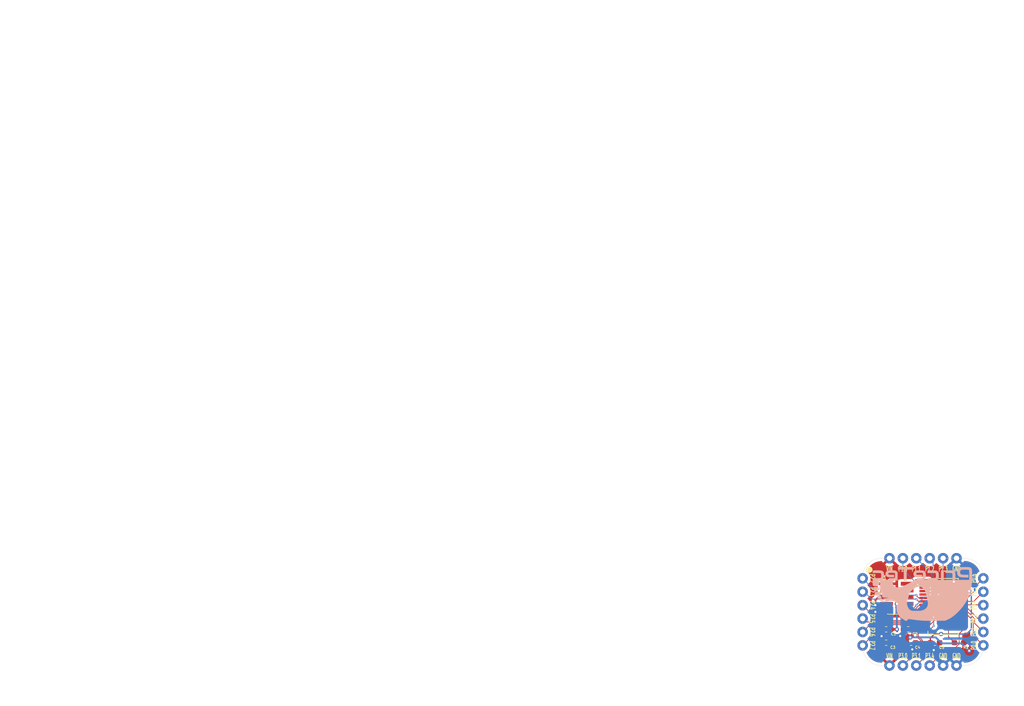
<source format=kicad_pcb>
(kicad_pcb (version 20171130) (host pcbnew "(5.1.4-0-10_14)")

  (general
    (thickness 1.6)
    (drawings 34)
    (tracks 199)
    (zones 0)
    (modules 14)
    (nets 32)
  )

  (page A4)
  (layers
    (0 F.Cu signal)
    (31 B.Cu signal)
    (32 B.Adhes user)
    (33 F.Adhes user hide)
    (34 B.Paste user)
    (35 F.Paste user)
    (36 B.SilkS user)
    (37 F.SilkS user)
    (38 B.Mask user)
    (39 F.Mask user)
    (40 Dwgs.User user)
    (41 Cmts.User user)
    (42 Eco1.User user)
    (43 Eco2.User user)
    (44 Edge.Cuts user)
    (45 Margin user)
    (46 B.CrtYd user)
    (47 F.CrtYd user)
    (48 B.Fab user)
    (49 F.Fab user)
  )

  (setup
    (last_trace_width 0.25)
    (trace_clearance 0.2)
    (zone_clearance 0.508)
    (zone_45_only no)
    (trace_min 0.006)
    (via_size 0.8)
    (via_drill 0.4)
    (via_min_size 0.02)
    (via_min_drill 0.1)
    (uvia_size 0.3)
    (uvia_drill 0.1)
    (uvias_allowed no)
    (uvia_min_size 0.01)
    (uvia_min_drill 0.05)
    (edge_width 0.05)
    (segment_width 0.2)
    (pcb_text_width 0.3)
    (pcb_text_size 1.5 1.5)
    (mod_edge_width 0.12)
    (mod_text_size 1 1)
    (mod_text_width 0.15)
    (pad_size 1.524 1.524)
    (pad_drill 0.762)
    (pad_to_mask_clearance 0.0508)
    (aux_axis_origin 0 0)
    (visible_elements FFFDFF7F)
    (pcbplotparams
      (layerselection 0x010fc_ffffffff)
      (usegerberextensions false)
      (usegerberattributes false)
      (usegerberadvancedattributes false)
      (creategerberjobfile false)
      (excludeedgelayer true)
      (linewidth 0.100000)
      (plotframeref false)
      (viasonmask false)
      (mode 1)
      (useauxorigin false)
      (hpglpennumber 1)
      (hpglpenspeed 20)
      (hpglpendiameter 15.000000)
      (psnegative false)
      (psa4output false)
      (plotreference true)
      (plotvalue true)
      (plotinvisibletext false)
      (padsonsilk false)
      (subtractmaskfromsilk false)
      (outputformat 1)
      (mirror false)
      (drillshape 1)
      (scaleselection 1)
      (outputdirectory ""))
  )

  (net 0 "")
  (net 1 GND)
  (net 2 +BATT)
  (net 3 /RESET)
  (net 4 /SW_CLK)
  (net 5 /SW_DIO)
  (net 6 /P3_4)
  (net 7 /P3_1)
  (net 8 /P3_0)
  (net 9 /P2_7)
  (net 10 /P2_6)
  (net 11 /P2_5)
  (net 12 /P2_4)
  (net 13 /P2_3)
  (net 14 /P2_2)
  (net 15 /P0_0)
  (net 16 /P0_1)
  (net 17 /P0_2)
  (net 18 /P0_4)
  (net 19 /P0_5)
  (net 20 /P0_6)
  (net 21 /P1_0)
  (net 22 /P1_1)
  (net 23 /P1_2)
  (net 24 /P1_3)
  (net 25 "Net-(U1-Pad16)")
  (net 26 "Net-(U1-Pad17)")
  (net 27 "Net-(U1-Pad18)")
  (net 28 "Net-(C5-Pad2)")
  (net 29 "Net-(J1-Pad6)")
  (net 30 "Net-(J1-Pad7)")
  (net 31 "Net-(J1-Pad8)")

  (net_class Default "This is the default net class."
    (clearance 0.2)
    (trace_width 0.25)
    (via_dia 0.8)
    (via_drill 0.4)
    (uvia_dia 0.3)
    (uvia_drill 0.1)
    (add_net "Net-(C5-Pad2)")
    (add_net "Net-(J1-Pad6)")
    (add_net "Net-(J1-Pad7)")
    (add_net "Net-(J1-Pad8)")
    (add_net "Net-(U1-Pad16)")
    (add_net "Net-(U1-Pad17)")
    (add_net "Net-(U1-Pad18)")
  )

  (net_class IO ""
    (clearance 0.1)
    (trace_width 0.15)
    (via_dia 0.4)
    (via_drill 0.2)
    (uvia_dia 0.1)
    (uvia_drill 0.05)
    (add_net /P0_0)
    (add_net /P0_1)
    (add_net /P0_2)
    (add_net /P0_4)
    (add_net /P0_5)
    (add_net /P0_6)
    (add_net /P1_0)
    (add_net /P1_1)
    (add_net /P1_2)
    (add_net /P1_3)
    (add_net /P2_2)
    (add_net /P2_3)
    (add_net /P2_4)
    (add_net /P2_5)
    (add_net /P2_6)
    (add_net /P2_7)
    (add_net /P3_0)
    (add_net /P3_1)
    (add_net /P3_4)
    (add_net /RESET)
    (add_net /SW_CLK)
    (add_net /SW_DIO)
  )

  (net_class PWR ""
    (clearance 0.2)
    (trace_width 0.35)
    (via_dia 0.8)
    (via_drill 0.4)
    (uvia_dia 0.3)
    (uvia_drill 0.1)
    (add_net +BATT)
    (add_net GND)
  )

  (module Connector_PinHeader_1.27mm:PinHeader_2x05_P1.27mm_Vertical_SMD (layer F.Cu) (tedit 5EA8973E) (tstamp 5EA896D4)
    (at 162.433 102.108)
    (descr "surface-mounted straight pin header, 2x05, 1.27mm pitch, double rows")
    (tags "Surface mounted pin header SMD 2x05 1.27mm double row")
    (path /5EAB9EB2)
    (attr smd)
    (fp_text reference J1 (at -2.54 -3.683) (layer F.SilkS)
      (effects (font (size 0.75 0.75) (thickness 0.15)))
    )
    (fp_text value Conn_ARM_JTAG_SWD_10 (at 0 4.235) (layer F.Fab)
      (effects (font (size 1 1) (thickness 0.15)))
    )
    (fp_line (start 1.705 3.175) (end -1.705 3.175) (layer F.Fab) (width 0.1))
    (fp_line (start -1.27 -3.175) (end 1.705 -3.175) (layer F.Fab) (width 0.1))
    (fp_line (start -1.705 3.175) (end -1.705 -2.74) (layer F.Fab) (width 0.1))
    (fp_line (start -1.705 -2.74) (end -1.27 -3.175) (layer F.Fab) (width 0.1))
    (fp_line (start 1.705 -3.175) (end 1.705 3.175) (layer F.Fab) (width 0.1))
    (fp_line (start -1.705 -2.74) (end -2.75 -2.74) (layer F.Fab) (width 0.1))
    (fp_line (start -2.75 -2.74) (end -2.75 -2.34) (layer F.Fab) (width 0.1))
    (fp_line (start -2.75 -2.34) (end -1.705 -2.34) (layer F.Fab) (width 0.1))
    (fp_line (start 1.705 -2.74) (end 2.75 -2.74) (layer F.Fab) (width 0.1))
    (fp_line (start 2.75 -2.74) (end 2.75 -2.34) (layer F.Fab) (width 0.1))
    (fp_line (start 2.75 -2.34) (end 1.705 -2.34) (layer F.Fab) (width 0.1))
    (fp_line (start -1.705 -1.47) (end -2.75 -1.47) (layer F.Fab) (width 0.1))
    (fp_line (start -2.75 -1.47) (end -2.75 -1.07) (layer F.Fab) (width 0.1))
    (fp_line (start -2.75 -1.07) (end -1.705 -1.07) (layer F.Fab) (width 0.1))
    (fp_line (start 1.705 -1.47) (end 2.75 -1.47) (layer F.Fab) (width 0.1))
    (fp_line (start 2.75 -1.47) (end 2.75 -1.07) (layer F.Fab) (width 0.1))
    (fp_line (start 2.75 -1.07) (end 1.705 -1.07) (layer F.Fab) (width 0.1))
    (fp_line (start -1.705 -0.2) (end -2.75 -0.2) (layer F.Fab) (width 0.1))
    (fp_line (start -2.75 -0.2) (end -2.75 0.2) (layer F.Fab) (width 0.1))
    (fp_line (start -2.75 0.2) (end -1.705 0.2) (layer F.Fab) (width 0.1))
    (fp_line (start 1.705 -0.2) (end 2.75 -0.2) (layer F.Fab) (width 0.1))
    (fp_line (start 2.75 -0.2) (end 2.75 0.2) (layer F.Fab) (width 0.1))
    (fp_line (start 2.75 0.2) (end 1.705 0.2) (layer F.Fab) (width 0.1))
    (fp_line (start -1.705 1.07) (end -2.75 1.07) (layer F.Fab) (width 0.1))
    (fp_line (start -2.75 1.07) (end -2.75 1.47) (layer F.Fab) (width 0.1))
    (fp_line (start -2.75 1.47) (end -1.705 1.47) (layer F.Fab) (width 0.1))
    (fp_line (start 1.705 1.07) (end 2.75 1.07) (layer F.Fab) (width 0.1))
    (fp_line (start 2.75 1.07) (end 2.75 1.47) (layer F.Fab) (width 0.1))
    (fp_line (start 2.75 1.47) (end 1.705 1.47) (layer F.Fab) (width 0.1))
    (fp_line (start -1.705 2.34) (end -2.75 2.34) (layer F.Fab) (width 0.1))
    (fp_line (start -2.75 2.34) (end -2.75 2.74) (layer F.Fab) (width 0.1))
    (fp_line (start -2.75 2.74) (end -1.705 2.74) (layer F.Fab) (width 0.1))
    (fp_line (start 1.705 2.34) (end 2.75 2.34) (layer F.Fab) (width 0.1))
    (fp_line (start 2.75 2.34) (end 2.75 2.74) (layer F.Fab) (width 0.1))
    (fp_line (start 2.75 2.74) (end 1.705 2.74) (layer F.Fab) (width 0.1))
    (fp_line (start -1.765 -3.235) (end 1.765 -3.235) (layer F.SilkS) (width 0.12))
    (fp_line (start -1.765 3.235) (end 1.765 3.235) (layer F.SilkS) (width 0.12))
    (fp_line (start -3.09 -3.17) (end -1.765 -3.17) (layer F.SilkS) (width 0.12))
    (fp_line (start -1.765 -3.235) (end -1.765 -3.17) (layer F.SilkS) (width 0.12))
    (fp_line (start 1.765 -3.235) (end 1.765 -3.17) (layer F.SilkS) (width 0.12))
    (fp_line (start -1.765 3.17) (end -1.765 3.235) (layer F.SilkS) (width 0.12))
    (fp_line (start 1.765 3.17) (end 1.765 3.235) (layer F.SilkS) (width 0.12))
    (fp_line (start -3.6195 -3.683) (end -3.6195 3.717) (layer F.CrtYd) (width 0.05))
    (fp_line (start 3.556 3.717) (end 3.556 -3.683) (layer F.CrtYd) (width 0.05))
    (fp_text user %R (at 0 0 90) (layer F.Fab)
      (effects (font (size 1 1) (thickness 0.15)))
    )
    (fp_line (start -3.6195 -3.683) (end 3.556 -3.683) (layer F.CrtYd) (width 0.12))
    (fp_line (start -3.6195 3.717) (end 3.556 3.717) (layer F.CrtYd) (width 0.12))
    (pad 1 smd rect (at -1.95 -2.54) (size 2.4 0.74) (layers F.Cu F.Paste F.Mask)
      (net 2 +BATT))
    (pad 2 smd rect (at 1.95 -2.54) (size 2.4 0.74) (layers F.Cu F.Paste F.Mask)
      (net 5 /SW_DIO))
    (pad 3 smd rect (at -1.95 -1.27) (size 2.4 0.74) (layers F.Cu F.Paste F.Mask)
      (net 1 GND))
    (pad 4 smd rect (at 1.95 -1.27) (size 2.4 0.74) (layers F.Cu F.Paste F.Mask)
      (net 4 /SW_CLK))
    (pad 5 smd rect (at -1.95 0) (size 2.4 0.74) (layers F.Cu F.Paste F.Mask)
      (net 1 GND))
    (pad 6 smd rect (at 1.95 0) (size 2.4 0.74) (layers F.Cu F.Paste F.Mask)
      (net 29 "Net-(J1-Pad6)"))
    (pad 7 smd rect (at -1.95 1.27) (size 2.4 0.74) (layers F.Cu F.Paste F.Mask)
      (net 30 "Net-(J1-Pad7)"))
    (pad 8 smd rect (at 1.95 1.27) (size 2.4 0.74) (layers F.Cu F.Paste F.Mask)
      (net 31 "Net-(J1-Pad8)"))
    (pad 9 smd rect (at -1.95 2.54) (size 2.4 0.74) (layers F.Cu F.Paste F.Mask)
      (net 1 GND))
    (pad 10 smd rect (at 1.95 2.54) (size 2.4 0.74) (layers F.Cu F.Paste F.Mask)
      (net 3 /RESET))
    (model ${KISYS3DMOD}/Connector_PinHeader_1.27mm.3dshapes/PinHeader_2x05_P1.27mm_Vertical_SMD.wrl
      (at (xyz 0 0 0))
      (scale (xyz 1 1 1))
      (rotate (xyz 0 0 0))
    )
  )

  (module PSoC4200D_Module (layer F.Cu) (tedit 5E979B78) (tstamp 5E979B81)
    (at 0 0)
    (fp_text reference REF** (at 0 12.7) (layer F.SilkS) hide
      (effects (font (size 1 1) (thickness 0.15)))
    )
    (fp_text value PSoC4200D_Module (at 0 -10.16) (layer F.Fab)
      (effects (font (size 1 1) (thickness 0.15)))
    )
  )

  (module "PriceTec Docs:logo_front_silk" (layer B.Cu) (tedit 0) (tstamp 5E982F54)
    (at 167.259 101.473 90)
    (fp_text reference G*** (at 0 0 90) (layer B.SilkS) hide
      (effects (font (size 1.524 1.524) (thickness 0.3)) (justify mirror))
    )
    (fp_text value LOGO (at 0.75 0 90) (layer B.SilkS) hide
      (effects (font (size 1.524 1.524) (thickness 0.3)) (justify mirror))
    )
    (fp_poly (pts (xy 5.249333 3.513666) (xy 5.044722 3.513666) (xy 4.919314 3.519067) (xy 4.831979 3.532785)
      (xy 4.811889 3.541889) (xy 4.79665 3.596486) (xy 4.786403 3.708559) (xy 4.783667 3.817055)
      (xy 4.783667 4.064) (xy 5.249333 4.064) (xy 5.249333 3.513666)) (layer B.SilkS) (width 0.01))
    (fp_poly (pts (xy 4.815417 -1.828804) (xy 5.058833 -1.8415) (xy 5.081157 -4.614334) (xy 4.572 -4.614334)
      (xy 4.572 -3.513667) (xy 2.497667 -3.513667) (xy 2.497667 -2.963334) (xy 4.572 -2.963334)
      (xy 4.572 -1.816108) (xy 4.815417 -1.828804)) (layer B.SilkS) (width 0.01))
    (fp_poly (pts (xy -1.408086 -7.17988) (xy -1.405771 -7.181772) (xy -1.351999 -7.230833) (xy -1.331156 -7.279898)
      (xy -1.340568 -7.356176) (xy -1.376229 -7.482417) (xy -1.423283 -7.622468) (xy -1.463953 -7.689419)
      (xy -1.508701 -7.693145) (xy -1.557867 -7.653867) (xy -1.597781 -7.563023) (xy -1.602516 -7.426523)
      (xy -1.572405 -7.275571) (xy -1.553272 -7.224105) (xy -1.513718 -7.1431) (xy -1.475676 -7.13133)
      (xy -1.408086 -7.17988)) (layer B.SilkS) (width 0.01))
    (fp_poly (pts (xy -1.068726 -7.49962) (xy -0.977158 -7.575354) (xy -0.92493 -7.643551) (xy -0.908223 -7.725809)
      (xy -0.923213 -7.843726) (xy -0.96608 -8.0189) (xy -0.972529 -8.043334) (xy -1.028149 -8.136724)
      (xy -1.11503 -8.160488) (xy -1.214675 -8.113504) (xy -1.265115 -8.061095) (xy -1.336129 -7.914404)
      (xy -1.34412 -7.728855) (xy -1.298497 -7.522164) (xy -1.248833 -7.360827) (xy -1.068726 -7.49962)) (layer B.SilkS) (width 0.01))
    (fp_poly (pts (xy -0.684762 -7.69557) (xy -0.630563 -7.716854) (xy -0.485182 -7.789979) (xy -0.399627 -7.872014)
      (xy -0.364525 -7.983356) (xy -0.370502 -8.144397) (xy -0.385852 -8.249244) (xy -0.41305 -8.40505)
      (xy -0.437541 -8.495137) (xy -0.470094 -8.53737) (xy -0.521477 -8.549617) (xy -0.567121 -8.549992)
      (xy -0.695496 -8.523034) (xy -0.814917 -8.461795) (xy -0.887537 -8.392235) (xy -0.923211 -8.307382)
      (xy -0.924964 -8.186834) (xy -0.895821 -8.010185) (xy -0.88763 -7.971334) (xy -0.848532 -7.808196)
      (xy -0.8101 -7.716184) (xy -0.759716 -7.682806) (xy -0.684762 -7.69557)) (layer B.SilkS) (width 0.01))
    (fp_poly (pts (xy 0.097809 -7.854784) (xy 0.234287 -7.91067) (xy 0.248247 -7.918807) (xy 0.390661 -8.005631)
      (xy 0.373545 -8.431779) (xy 0.364308 -8.627352) (xy 0.352164 -8.757635) (xy 0.332183 -8.841981)
      (xy 0.299436 -8.899742) (xy 0.248993 -8.95027) (xy 0.239354 -8.95863) (xy 0.127609 -9.035625)
      (xy 0.029455 -9.049098) (xy -0.075241 -8.995994) (xy -0.186606 -8.893988) (xy -0.348061 -8.728643)
      (xy -0.317534 -8.417738) (xy -0.294324 -8.241872) (xy -0.262906 -8.08049) (xy -0.23033 -7.96925)
      (xy -0.177021 -7.873377) (xy -0.103561 -7.8362) (xy -0.03391 -7.831825) (xy 0.097809 -7.854784)) (layer B.SilkS) (width 0.01))
    (fp_poly (pts (xy 1.02261 -8.224413) (xy 1.139608 -8.257347) (xy 1.170315 -8.274646) (xy 1.218539 -8.323981)
      (xy 1.251156 -8.404018) (xy 1.274112 -8.534697) (xy 1.287738 -8.668347) (xy 1.297599 -8.868743)
      (xy 1.290682 -9.029485) (xy 1.273218 -9.114368) (xy 1.239487 -9.181551) (xy 1.187611 -9.215565)
      (xy 1.091834 -9.227431) (xy 1.006464 -9.228509) (xy 0.771083 -9.198479) (xy 0.644162 -9.1436)
      (xy 0.547035 -9.072533) (xy 0.486057 -9.006151) (xy 0.481109 -8.996182) (xy 0.481895 -8.927431)
      (xy 0.505056 -8.80451) (xy 0.543502 -8.652625) (xy 0.590143 -8.496981) (xy 0.63789 -8.362781)
      (xy 0.679651 -8.27523) (xy 0.686623 -8.265584) (xy 0.762494 -8.227901) (xy 0.885697 -8.214388)
      (xy 1.02261 -8.224413)) (layer B.SilkS) (width 0.01))
    (fp_poly (pts (xy 3.725333 9.433045) (xy 4.027014 9.428009) (xy 4.256202 9.422487) (xy 4.425068 9.415215)
      (xy 4.545781 9.404929) (xy 4.630513 9.390364) (xy 4.691432 9.370257) (xy 4.74071 9.343343)
      (xy 4.767864 9.32475) (xy 4.861301 9.250159) (xy 4.932562 9.16873) (xy 4.984572 9.068224)
      (xy 5.020255 8.936399) (xy 5.042536 8.761015) (xy 5.054339 8.52983) (xy 5.058589 8.230603)
      (xy 5.058833 8.106833) (xy 5.058349 7.825141) (xy 5.055898 7.613753) (xy 5.049985 7.458309)
      (xy 5.039113 7.344447) (xy 5.021786 7.257808) (xy 4.996508 7.184031) (xy 4.961781 7.108754)
      (xy 4.953 7.091115) (xy 4.808143 6.880633) (xy 4.66364 6.752448) (xy 4.558959 6.686755)
      (xy 4.459294 6.646486) (xy 4.336099 6.624045) (xy 4.160831 6.611836) (xy 4.13021 6.610499)
      (xy 3.859356 6.616515) (xy 3.646151 6.664434) (xy 3.471422 6.760567) (xy 3.356937 6.865041)
      (xy 3.274169 6.96556) (xy 3.211752 7.074953) (xy 3.166516 7.207293) (xy 3.135291 7.376654)
      (xy 3.114908 7.597111) (xy 3.102197 7.882736) (xy 3.098712 8.011583) (xy 3.081796 8.720666)
      (xy 3.598333 8.720666) (xy 3.598333 8.12664) (xy 3.603349 7.811671) (xy 3.621595 7.571364)
      (xy 3.657869 7.396136) (xy 3.716971 7.276404) (xy 3.803699 7.202583) (xy 3.92285 7.16509)
      (xy 4.079224 7.154343) (xy 4.085167 7.154333) (xy 4.242652 7.164292) (xy 4.362854 7.200555)
      (xy 4.450555 7.272699) (xy 4.510537 7.390304) (xy 4.547582 7.562947) (xy 4.566472 7.800207)
      (xy 4.571989 8.111661) (xy 4.572 8.129423) (xy 4.568976 8.353959) (xy 4.560667 8.551755)
      (xy 4.548215 8.705114) (xy 4.532763 8.796343) (xy 4.528177 8.808116) (xy 4.509328 8.834895)
      (xy 4.478013 8.855113) (xy 4.423327 8.869685) (xy 4.334367 8.87953) (xy 4.200228 8.885564)
      (xy 4.010006 8.888705) (xy 3.752796 8.889869) (xy 3.55451 8.89) (xy 2.624667 8.89)
      (xy 2.624667 6.265333) (xy 3.295739 6.265333) (xy 3.551025 6.264565) (xy 3.736756 6.261076)
      (xy 3.868039 6.253095) (xy 3.959982 6.238848) (xy 4.027692 6.21656) (xy 4.086275 6.18446)
      (xy 4.108367 6.169939) (xy 4.216181 6.089472) (xy 4.296496 6.004589) (xy 4.353262 5.90165)
      (xy 4.390427 5.767012) (xy 4.411939 5.587032) (xy 4.421748 5.348069) (xy 4.423833 5.08)
      (xy 4.423833 4.3815) (xy 3.958167 4.3815) (xy 3.947849 4.953) (xy 3.944626 5.224615)
      (xy 3.939409 5.423257) (xy 3.921987 5.560217) (xy 3.882149 5.64679) (xy 3.809685 5.694267)
      (xy 3.694383 5.713943) (xy 3.526032 5.71711) (xy 3.294422 5.71506) (xy 3.25886 5.715)
      (xy 2.624667 5.715) (xy 2.624667 4.064) (xy 4.44904 4.064) (xy 4.436437 3.799417)
      (xy 4.423833 3.534833) (xy 2.624667 3.511983) (xy 2.624667 2.87114) (xy 2.75123 2.977636)
      (xy 2.917364 3.066905) (xy 3.156803 3.117909) (xy 3.467135 3.130274) (xy 3.670746 3.120201)
      (xy 3.891441 3.092225) (xy 4.067781 3.039764) (xy 4.204123 2.954583) (xy 4.304828 2.828444)
      (xy 4.374253 2.653112) (xy 4.416759 2.420351) (xy 4.436704 2.121925) (xy 4.438446 1.749598)
      (xy 4.437125 1.672166) (xy 4.423833 0.994833) (xy 4.180417 0.982137) (xy 3.937 0.969441)
      (xy 3.937 1.732064) (xy 3.936434 2.00451) (xy 3.933914 2.204444) (xy 3.928205 2.34402)
      (xy 3.918075 2.435389) (xy 3.902288 2.490705) (xy 3.879611 2.522119) (xy 3.855116 2.53851)
      (xy 3.769019 2.560964) (xy 3.628215 2.574989) (xy 3.459606 2.580503) (xy 3.290092 2.577426)
      (xy 3.146574 2.565675) (xy 3.055952 2.545167) (xy 3.048 2.540969) (xy 3.024386 2.511877)
      (xy 3.00643 2.451056) (xy 2.99308 2.347468) (xy 2.983279 2.190077) (xy 2.975975 1.967844)
      (xy 2.971244 1.737284) (xy 2.957989 0.973666) (xy 2.624667 0.973666) (xy 2.624667 0.415807)
      (xy 2.75123 0.522303) (xy 2.887554 0.595036) (xy 3.082906 0.645866) (xy 3.314333 0.674054)
      (xy 3.558885 0.678861) (xy 3.793609 0.659548) (xy 3.995554 0.615376) (xy 4.110684 0.56608)
      (xy 4.217137 0.495301) (xy 4.296696 0.415821) (xy 4.353152 0.314638) (xy 4.390297 0.178749)
      (xy 4.41192 -0.00485) (xy 4.421814 -0.249161) (xy 4.423833 -0.508) (xy 4.422899 -0.771913)
      (xy 4.419079 -0.966022) (xy 4.410847 -1.105175) (xy 4.396679 -1.204225) (xy 4.375049 -1.278022)
      (xy 4.344431 -1.341416) (xy 4.336878 -1.354523) (xy 4.18634 -1.538438) (xy 3.999845 -1.651479)
      (xy 3.790707 -1.689876) (xy 3.572244 -1.64986) (xy 3.466517 -1.600874) (xy 3.344498 -1.517241)
      (xy 3.255004 -1.414521) (xy 3.193561 -1.279306) (xy 3.155697 -1.098189) (xy 3.136936 -0.857764)
      (xy 3.132667 -0.600468) (xy 3.132667 -0.042334) (xy 3.598333 -0.042334) (xy 3.598333 -0.543772)
      (xy 3.59978 -0.761442) (xy 3.605694 -0.910852) (xy 3.618435 -1.00838) (xy 3.640363 -1.070408)
      (xy 3.673839 -1.113314) (xy 3.681423 -1.120407) (xy 3.781713 -1.171848) (xy 3.870464 -1.141653)
      (xy 3.937635 -1.035496) (xy 3.958187 -0.934042) (xy 3.971555 -0.773478) (xy 3.977728 -0.579007)
      (xy 3.976697 -0.375838) (xy 3.968452 -0.189174) (xy 3.952982 -0.044223) (xy 3.938048 0.018411)
      (xy 3.915763 0.067936) (xy 3.883009 0.099518) (xy 3.822681 0.117193) (xy 3.717675 0.124991)
      (xy 3.550886 0.126948) (xy 3.477564 0.127) (xy 3.253263 0.122366) (xy 3.105123 0.107826)
      (xy 3.025116 0.082421) (xy 3.012262 0.071447) (xy 2.992747 0.008112) (xy 2.975244 -0.122004)
      (xy 2.961607 -0.301013) (xy 2.954162 -0.489469) (xy 2.942167 -0.994834) (xy 2.783417 -1.007972)
      (xy 2.624667 -1.021111) (xy 2.624667 -1.2281) (xy 2.606075 -1.403159) (xy 2.53974 -1.559178)
      (xy 2.503353 -1.617128) (xy 2.353217 -1.858545) (xy 2.182718 -2.159433) (xy 2.001612 -2.500136)
      (xy 1.819657 -2.860999) (xy 1.646611 -3.222365) (xy 1.49223 -3.564579) (xy 1.366272 -3.867984)
      (xy 1.307074 -4.027008) (xy 1.237095 -4.305392) (xy 1.213007 -4.591293) (xy 1.236127 -4.854231)
      (xy 1.266331 -4.969117) (xy 1.350869 -5.136206) (xy 1.480465 -5.304756) (xy 1.630351 -5.446922)
      (xy 1.766057 -5.530972) (xy 1.952619 -5.580499) (xy 2.13673 -5.580726) (xy 2.298866 -5.536785)
      (xy 2.419499 -5.453812) (xy 2.477811 -5.343814) (xy 2.527519 -5.13261) (xy 2.580821 -4.983176)
      (xy 2.647501 -4.872841) (xy 2.711168 -4.803076) (xy 2.841893 -4.677834) (xy 4.059297 -4.677834)
      (xy 4.210229 -4.824122) (xy 4.300422 -4.924489) (xy 4.364755 -5.033902) (xy 4.407274 -5.168601)
      (xy 4.432023 -5.344825) (xy 4.443045 -5.578813) (xy 4.444764 -5.765833) (xy 4.439571 -6.078772)
      (xy 4.421629 -6.3213) (xy 4.387894 -6.507111) (xy 4.335324 -6.649904) (xy 4.260875 -6.763374)
      (xy 4.211345 -6.816463) (xy 4.102568 -6.906042) (xy 3.989331 -6.953585) (xy 3.835078 -6.975852)
      (xy 3.59853 -6.960769) (xy 3.405204 -6.87301) (xy 3.255846 -6.712977) (xy 3.216017 -6.643754)
      (xy 3.181094 -6.563261) (xy 3.157294 -6.47136) (xy 3.142623 -6.350448) (xy 3.13509 -6.182924)
      (xy 3.132704 -5.951186) (xy 3.132667 -5.907187) (xy 3.132667 -5.334) (xy 3.598333 -5.334)
      (xy 3.598333 -5.838976) (xy 3.600466 -6.065127) (xy 3.608068 -6.221772) (xy 3.622943 -6.323993)
      (xy 3.646896 -6.386873) (xy 3.666971 -6.412591) (xy 3.764013 -6.466152) (xy 3.857286 -6.437976)
      (xy 3.926607 -6.349625) (xy 3.952105 -6.25507) (xy 3.967593 -6.103272) (xy 3.973595 -5.916302)
      (xy 3.970638 -5.716235) (xy 3.959246 -5.525144) (xy 3.939945 -5.3651) (xy 3.913261 -5.258178)
      (xy 3.900066 -5.234528) (xy 3.853333 -5.199714) (xy 3.772242 -5.178247) (xy 3.639734 -5.167458)
      (xy 3.45345 -5.164667) (xy 3.239637 -5.170559) (xy 3.09037 -5.187492) (xy 3.015312 -5.214347)
      (xy 3.014133 -5.215467) (xy 2.988412 -5.286714) (xy 2.971705 -5.440438) (xy 2.963948 -5.677366)
      (xy 2.963333 -5.786967) (xy 2.963333 -6.307667) (xy 2.624667 -6.307667) (xy 2.624667 -7.500526)
      (xy 2.75123 -7.394031) (xy 2.917364 -7.304762) (xy 3.156803 -7.253758) (xy 3.467135 -7.241392)
      (xy 3.670746 -7.251466) (xy 3.891441 -7.279442) (xy 4.067781 -7.331902) (xy 4.204123 -7.417084)
      (xy 4.304828 -7.543223) (xy 4.374253 -7.718555) (xy 4.416759 -7.951316) (xy 4.436704 -8.249741)
      (xy 4.438446 -8.622068) (xy 4.437125 -8.6995) (xy 4.423833 -9.376834) (xy 4.180417 -9.389529)
      (xy 3.937 -9.402225) (xy 3.937 -8.639602) (xy 3.936434 -8.367157) (xy 3.933914 -8.167222)
      (xy 3.928205 -8.027647) (xy 3.918075 -7.936277) (xy 3.902288 -7.880962) (xy 3.879611 -7.849548)
      (xy 3.855116 -7.833156) (xy 3.769019 -7.810703) (xy 3.628215 -7.796678) (xy 3.459606 -7.791163)
      (xy 3.290092 -7.794241) (xy 3.146574 -7.805992) (xy 3.055952 -7.826499) (xy 3.048 -7.830698)
      (xy 3.024348 -7.859841) (xy 3.006374 -7.920765) (xy 2.993018 -8.024525) (xy 2.983223 -8.182175)
      (xy 2.975928 -8.40477) (xy 2.971273 -8.63179) (xy 2.958046 -9.392815) (xy 2.505606 -9.405991)
      (xy 2.291495 -9.409216) (xy 2.084154 -9.407159) (xy 1.913538 -9.40035) (xy 1.8415 -9.394232)
      (xy 1.669718 -9.369647) (xy 1.563687 -9.333909) (xy 1.504725 -9.269518) (xy 1.474156 -9.158973)
      (xy 1.458656 -9.03554) (xy 1.444869 -8.746971) (xy 1.474852 -8.522866) (xy 1.551518 -8.353528)
      (xy 1.677781 -8.229266) (xy 1.706618 -8.21056) (xy 1.902487 -8.137928) (xy 2.113054 -8.139112)
      (xy 2.313139 -8.213244) (xy 2.343592 -8.232558) (xy 2.438997 -8.293021) (xy 2.484373 -8.305567)
      (xy 2.496914 -8.273755) (xy 2.497018 -8.264308) (xy 2.469708 -8.154335) (xy 2.381738 -8.081106)
      (xy 2.260443 -8.041282) (xy 1.991682 -8.00537) (xy 1.700624 -8.02153) (xy 1.452543 -8.068385)
      (xy 1.209358 -8.112908) (xy 1.003315 -8.116848) (xy 0.807323 -8.075591) (xy 0.594289 -7.984519)
      (xy 0.429892 -7.894124) (xy 0.225747 -7.782678) (xy 0.059405 -7.711829) (xy -0.098365 -7.670449)
      (xy -0.196395 -7.655695) (xy -0.359539 -7.629712) (xy -0.504545 -7.595802) (xy -0.583953 -7.568043)
      (xy -0.630745 -7.543252) (xy -0.663266 -7.51159) (xy -0.684861 -7.458149) (xy -0.698877 -7.368021)
      (xy -0.70866 -7.226296) (xy -0.717555 -7.018067) (xy -0.719667 -6.963379) (xy -0.740833 -6.4135)
      (xy -0.815003 -6.7945) (xy -0.8482 -6.975222) (xy -0.8737 -7.133445) (xy -0.887624 -7.244231)
      (xy -0.889086 -7.27075) (xy -0.901788 -7.345138) (xy -0.92285 -7.366) (xy -0.981147 -7.339332)
      (xy -1.076571 -7.270637) (xy -1.189979 -7.176878) (xy -1.302226 -7.07502) (xy -1.394168 -6.982027)
      (xy -1.446659 -6.914863) (xy -1.45224 -6.896905) (xy -1.441212 -6.830333) (xy -1.418694 -6.703016)
      (xy -1.388689 -6.537443) (xy -1.373699 -6.455834) (xy -1.322204 -6.05584) (xy -1.324075 -5.708983)
      (xy -1.378408 -5.418634) (xy -1.484304 -5.188165) (xy -1.640858 -5.020947) (xy -1.778 -4.944186)
      (xy -1.854604 -4.928024) (xy -1.999272 -4.910657) (xy -2.195441 -4.893588) (xy -2.426553 -4.878318)
      (xy -2.6035 -4.869358) (xy -2.928149 -4.851694) (xy -3.186366 -4.827502) (xy -3.396373 -4.79172)
      (xy -3.57639 -4.739289) (xy -3.74464 -4.665147) (xy -3.919344 -4.564234) (xy -4.077075 -4.460093)
      (xy -4.233369 -4.343013) (xy -4.373161 -4.211799) (xy -4.516029 -4.046021) (xy -4.669742 -3.841641)
      (xy -4.829999 -3.618997) (xy -4.947118 -3.453245) (xy -5.027836 -3.332864) (xy -5.078893 -3.246331)
      (xy -5.107025 -3.182122) (xy -5.118972 -3.128715) (xy -5.121471 -3.074587) (xy -5.121462 -3.069167)
      (xy -5.10437 -2.932698) (xy -5.04189 -2.848421) (xy -4.942738 -2.798146) (xy -4.846013 -2.729475)
      (xy -4.802831 -2.652927) (xy -4.801145 -2.581662) (xy -4.811056 -2.44084) (xy -4.831082 -2.244558)
      (xy -4.859743 -2.006909) (xy -4.895558 -1.741989) (xy -4.906684 -1.664721) (xy -4.959946 -1.281286)
      (xy -4.979337 -1.121834) (xy -3.23827 -1.121834) (xy -3.237883 -1.403411) (xy -3.235509 -1.614984)
      (xy -3.229599 -1.771212) (xy -3.218609 -1.886756) (xy -3.200991 -1.976276) (xy -3.175199 -2.054432)
      (xy -3.139686 -2.135884) (xy -3.128863 -2.159) (xy -3.037937 -2.329395) (xy -2.936652 -2.460768)
      (xy -2.806487 -2.569029) (xy -2.628923 -2.670087) (xy -2.426496 -2.762379) (xy -2.24135 -2.838837)
      (xy -2.104754 -2.884628) (xy -1.98896 -2.905792) (xy -1.866223 -2.908367) (xy -1.778 -2.903522)
      (xy -1.622822 -2.882819) (xy -1.416915 -2.841581) (xy -1.189806 -2.786252) (xy -1.016 -2.737178)
      (xy -0.772218 -2.664545) (xy -0.50745 -2.587506) (xy -0.260228 -2.517193) (xy -0.128308 -2.480674)
      (xy 0.044095 -2.432431) (xy 0.169959 -2.389405) (xy 0.271013 -2.33837) (xy 0.368986 -2.266102)
      (xy 0.485609 -2.159376) (xy 0.625575 -2.021838) (xy 0.808508 -1.832391) (xy 0.945818 -1.666631)
      (xy 1.058616 -1.496139) (xy 1.168015 -1.292496) (xy 1.169278 -1.289966) (xy 1.259685 -1.10223)
      (xy 1.316271 -0.96174) (xy 1.346679 -0.84192) (xy 1.358552 -0.716199) (xy 1.359958 -0.62703)
      (xy 1.348288 -0.422561) (xy 1.307033 -0.256703) (xy 1.255268 -0.139698) (xy 1.120599 0.063974)
      (xy 0.93599 0.261017) (xy 0.729485 0.424562) (xy 0.578937 0.508277) (xy 0.410495 0.57128)
      (xy 0.179426 0.642584) (xy -0.09744 0.718387) (xy -0.403275 0.794889) (xy -0.721252 0.86829)
      (xy -1.034542 0.934789) (xy -1.326316 0.990586) (xy -1.579746 1.031879) (xy -1.778003 1.054868)
      (xy -1.856605 1.058333) (xy -2.185048 1.020694) (xy -2.474746 0.907783) (xy -2.66544 0.774681)
      (xy -2.838268 0.602219) (xy -2.972626 0.406045) (xy -3.082975 0.162399) (xy -3.140179 -0.005242)
      (xy -3.175158 -0.124572) (xy -3.200741 -0.237231) (xy -3.21837 -0.359642) (xy -3.229487 -0.508229)
      (xy -3.235536 -0.699418) (xy -3.237959 -0.949631) (xy -3.23827 -1.121834) (xy -4.979337 -1.121834)
      (xy -5.00431 -0.916496) (xy -5.040379 -0.558276) (xy -5.068761 -0.194554) (xy -5.090058 0.186743)
      (xy -5.104877 0.597689) (xy -5.113823 1.050355) (xy -5.117499 1.556815) (xy -5.116511 2.129142)
      (xy -5.114197 2.476642) (xy -5.099557 4.296833) (xy -4.961464 4.641514) (xy -4.775838 5.049334)
      (xy -4.547504 5.4468) (xy -4.268074 5.845928) (xy -3.92916 6.258733) (xy -3.536361 6.682851)
      (xy -2.946689 7.248516) (xy -2.345163 7.740557) (xy -1.716859 8.169963) (xy -1.046853 8.54772)
      (xy -0.910167 8.616254) (xy -0.389668 8.847495) (xy 0.152781 9.037986) (xy 0.726284 9.189329)
      (xy 1.339949 9.30313) (xy 2.00288 9.380994) (xy 2.724183 9.424524) (xy 3.512964 9.435324)
      (xy 3.725333 9.433045)) (layer B.SilkS) (width 0.01))
  )

  (module Capacitor_SMD:C_0603_1608Metric_Pad1.05x0.95mm_HandSolder (layer F.Cu) (tedit 5B301BBE) (tstamp 5E96A538)
    (at 164.578 108.204 180)
    (descr "Capacitor SMD 0603 (1608 Metric), square (rectangular) end terminal, IPC_7351 nominal with elongated pad for handsoldering. (Body size source: http://www.tortai-tech.com/upload/download/2011102023233369053.pdf), generated with kicad-footprint-generator")
    (tags "capacitor handsolder")
    (path /5E9AF114)
    (attr smd)
    (fp_text reference C2 (at -1.284 -0.889 180) (layer F.SilkS)
      (effects (font (size 0.5 0.5) (thickness 0.1)))
    )
    (fp_text value 0.1uF (at 0 1.43) (layer F.Fab)
      (effects (font (size 1 1) (thickness 0.15)))
    )
    (fp_text user %R (at 0 0) (layer F.Fab)
      (effects (font (size 0.4 0.4) (thickness 0.06)))
    )
    (fp_line (start 1.65 0.73) (end -1.65 0.73) (layer F.CrtYd) (width 0.05))
    (fp_line (start 1.65 -0.73) (end 1.65 0.73) (layer F.CrtYd) (width 0.05))
    (fp_line (start -1.65 -0.73) (end 1.65 -0.73) (layer F.CrtYd) (width 0.05))
    (fp_line (start -1.65 0.73) (end -1.65 -0.73) (layer F.CrtYd) (width 0.05))
    (fp_line (start -0.171267 0.51) (end 0.171267 0.51) (layer F.SilkS) (width 0.12))
    (fp_line (start -0.171267 -0.51) (end 0.171267 -0.51) (layer F.SilkS) (width 0.12))
    (fp_line (start 0.8 0.4) (end -0.8 0.4) (layer F.Fab) (width 0.1))
    (fp_line (start 0.8 -0.4) (end 0.8 0.4) (layer F.Fab) (width 0.1))
    (fp_line (start -0.8 -0.4) (end 0.8 -0.4) (layer F.Fab) (width 0.1))
    (fp_line (start -0.8 0.4) (end -0.8 -0.4) (layer F.Fab) (width 0.1))
    (pad 2 smd roundrect (at 0.875 0 180) (size 1.05 0.95) (layers F.Cu F.Paste F.Mask) (roundrect_rratio 0.25)
      (net 1 GND))
    (pad 1 smd roundrect (at -0.875 0 180) (size 1.05 0.95) (layers F.Cu F.Paste F.Mask) (roundrect_rratio 0.25)
      (net 2 +BATT))
    (model ${KISYS3DMOD}/Capacitor_SMD.3dshapes/C_0603_1608Metric.wrl
      (at (xyz 0 0 0))
      (scale (xyz 1 1 1))
      (rotate (xyz 0 0 0))
    )
  )

  (module Capacitor_SMD:C_0603_1608Metric_Pad1.05x0.95mm_HandSolder (layer F.Cu) (tedit 5B301BBE) (tstamp 5E969773)
    (at 160.415 110.744 180)
    (descr "Capacitor SMD 0603 (1608 Metric), square (rectangular) end terminal, IPC_7351 nominal with elongated pad for handsoldering. (Body size source: http://www.tortai-tech.com/upload/download/2011102023233369053.pdf), generated with kicad-footprint-generator")
    (tags "capacitor handsolder")
    (path /5E99293F)
    (attr smd)
    (fp_text reference C3 (at -1.256 -0.889 180) (layer F.SilkS)
      (effects (font (size 0.5 0.5) (thickness 0.1)))
    )
    (fp_text value 0.1uF (at 0 1.43) (layer F.Fab)
      (effects (font (size 1 1) (thickness 0.15)))
    )
    (fp_text user %R (at 0 0) (layer F.Fab)
      (effects (font (size 0.4 0.4) (thickness 0.06)))
    )
    (fp_line (start 1.65 0.73) (end -1.65 0.73) (layer F.CrtYd) (width 0.05))
    (fp_line (start 1.65 -0.73) (end 1.65 0.73) (layer F.CrtYd) (width 0.05))
    (fp_line (start -1.65 -0.73) (end 1.65 -0.73) (layer F.CrtYd) (width 0.05))
    (fp_line (start -1.65 0.73) (end -1.65 -0.73) (layer F.CrtYd) (width 0.05))
    (fp_line (start -0.171267 0.51) (end 0.171267 0.51) (layer F.SilkS) (width 0.12))
    (fp_line (start -0.171267 -0.51) (end 0.171267 -0.51) (layer F.SilkS) (width 0.12))
    (fp_line (start 0.8 0.4) (end -0.8 0.4) (layer F.Fab) (width 0.1))
    (fp_line (start 0.8 -0.4) (end 0.8 0.4) (layer F.Fab) (width 0.1))
    (fp_line (start -0.8 -0.4) (end 0.8 -0.4) (layer F.Fab) (width 0.1))
    (fp_line (start -0.8 0.4) (end -0.8 -0.4) (layer F.Fab) (width 0.1))
    (pad 2 smd roundrect (at 0.875 0 180) (size 1.05 0.95) (layers F.Cu F.Paste F.Mask) (roundrect_rratio 0.25)
      (net 1 GND))
    (pad 1 smd roundrect (at -0.875 0 180) (size 1.05 0.95) (layers F.Cu F.Paste F.Mask) (roundrect_rratio 0.25)
      (net 2 +BATT))
    (model ${KISYS3DMOD}/Capacitor_SMD.3dshapes/C_0603_1608Metric.wrl
      (at (xyz 0 0 0))
      (scale (xyz 1 1 1))
      (rotate (xyz 0 0 0))
    )
  )

  (module Capacitor_SMD:C_0603_1608Metric_Pad1.05x0.95mm_HandSolder (layer F.Cu) (tedit 5B301BBE) (tstamp 5E96A22E)
    (at 165.114 110.744 180)
    (descr "Capacitor SMD 0603 (1608 Metric), square (rectangular) end terminal, IPC_7351 nominal with elongated pad for handsoldering. (Body size source: http://www.tortai-tech.com/upload/download/2011102023233369053.pdf), generated with kicad-footprint-generator")
    (tags "capacitor handsolder")
    (path /5E9B4662)
    (attr smd)
    (fp_text reference C4 (at -1.256 -0.889 180) (layer F.SilkS)
      (effects (font (size 0.5 0.5) (thickness 0.1)))
    )
    (fp_text value 0.1uF (at 0 1.43) (layer F.Fab)
      (effects (font (size 1 1) (thickness 0.15)))
    )
    (fp_line (start -0.8 0.4) (end -0.8 -0.4) (layer F.Fab) (width 0.1))
    (fp_line (start -0.8 -0.4) (end 0.8 -0.4) (layer F.Fab) (width 0.1))
    (fp_line (start 0.8 -0.4) (end 0.8 0.4) (layer F.Fab) (width 0.1))
    (fp_line (start 0.8 0.4) (end -0.8 0.4) (layer F.Fab) (width 0.1))
    (fp_line (start -0.171267 -0.51) (end 0.171267 -0.51) (layer F.SilkS) (width 0.12))
    (fp_line (start -0.171267 0.51) (end 0.171267 0.51) (layer F.SilkS) (width 0.12))
    (fp_line (start -1.65 0.73) (end -1.65 -0.73) (layer F.CrtYd) (width 0.05))
    (fp_line (start -1.65 -0.73) (end 1.65 -0.73) (layer F.CrtYd) (width 0.05))
    (fp_line (start 1.65 -0.73) (end 1.65 0.73) (layer F.CrtYd) (width 0.05))
    (fp_line (start 1.65 0.73) (end -1.65 0.73) (layer F.CrtYd) (width 0.05))
    (fp_text user %R (at 0 0) (layer F.Fab)
      (effects (font (size 0.4 0.4) (thickness 0.06)))
    )
    (pad 1 smd roundrect (at -0.875 0 180) (size 1.05 0.95) (layers F.Cu F.Paste F.Mask) (roundrect_rratio 0.25)
      (net 1 GND))
    (pad 2 smd roundrect (at 0.875 0 180) (size 1.05 0.95) (layers F.Cu F.Paste F.Mask) (roundrect_rratio 0.25)
      (net 2 +BATT))
    (model ${KISYS3DMOD}/Capacitor_SMD.3dshapes/C_0603_1608Metric.wrl
      (at (xyz 0 0 0))
      (scale (xyz 1 1 1))
      (rotate (xyz 0 0 0))
    )
  )

  (module Capacitor_SMD:C_0603_1608Metric_Pad1.05x0.95mm_HandSolder (layer F.Cu) (tedit 5B301BBE) (tstamp 5E969795)
    (at 169.658 110.744 180)
    (descr "Capacitor SMD 0603 (1608 Metric), square (rectangular) end terminal, IPC_7351 nominal with elongated pad for handsoldering. (Body size source: http://www.tortai-tech.com/upload/download/2011102023233369053.pdf), generated with kicad-footprint-generator")
    (tags "capacitor handsolder")
    (path /5E9738C0)
    (attr smd)
    (fp_text reference C5 (at -1.284 -0.889 180) (layer F.SilkS)
      (effects (font (size 0.5 0.5) (thickness 0.1)))
    )
    (fp_text value 0.1uF (at 0 1.43) (layer F.Fab)
      (effects (font (size 1 1) (thickness 0.15)))
    )
    (fp_line (start -0.8 0.4) (end -0.8 -0.4) (layer F.Fab) (width 0.1))
    (fp_line (start -0.8 -0.4) (end 0.8 -0.4) (layer F.Fab) (width 0.1))
    (fp_line (start 0.8 -0.4) (end 0.8 0.4) (layer F.Fab) (width 0.1))
    (fp_line (start 0.8 0.4) (end -0.8 0.4) (layer F.Fab) (width 0.1))
    (fp_line (start -0.171267 -0.51) (end 0.171267 -0.51) (layer F.SilkS) (width 0.12))
    (fp_line (start -0.171267 0.51) (end 0.171267 0.51) (layer F.SilkS) (width 0.12))
    (fp_line (start -1.65 0.73) (end -1.65 -0.73) (layer F.CrtYd) (width 0.05))
    (fp_line (start -1.65 -0.73) (end 1.65 -0.73) (layer F.CrtYd) (width 0.05))
    (fp_line (start 1.65 -0.73) (end 1.65 0.73) (layer F.CrtYd) (width 0.05))
    (fp_line (start 1.65 0.73) (end -1.65 0.73) (layer F.CrtYd) (width 0.05))
    (fp_text user %R (at 0 0) (layer F.Fab)
      (effects (font (size 0.4 0.4) (thickness 0.06)))
    )
    (pad 1 smd roundrect (at -0.875 0 180) (size 1.05 0.95) (layers F.Cu F.Paste F.Mask) (roundrect_rratio 0.25)
      (net 1 GND))
    (pad 2 smd roundrect (at 0.875 0 180) (size 1.05 0.95) (layers F.Cu F.Paste F.Mask) (roundrect_rratio 0.25)
      (net 28 "Net-(C5-Pad2)"))
    (model ${KISYS3DMOD}/Capacitor_SMD.3dshapes/C_0603_1608Metric.wrl
      (at (xyz 0 0 0))
      (scale (xyz 1 1 1))
      (rotate (xyz 0 0 0))
    )
  )

  (module Resistor_SMD:R_0603_1608Metric_Pad1.05x0.95mm_HandSolder (layer F.Cu) (tedit 5B301BBD) (tstamp 5E9697A6)
    (at 174.23 110.744 180)
    (descr "Resistor SMD 0603 (1608 Metric), square (rectangular) end terminal, IPC_7351 nominal with elongated pad for handsoldering. (Body size source: http://www.tortai-tech.com/upload/download/2011102023233369053.pdf), generated with kicad-footprint-generator")
    (tags "resistor handsolder")
    (path /5E9704BB)
    (attr smd)
    (fp_text reference R1 (at -1.284 -0.889) (layer F.SilkS)
      (effects (font (size 0.5 0.5) (thickness 0.1)))
    )
    (fp_text value 10k (at 0 1.43) (layer F.Fab)
      (effects (font (size 1 1) (thickness 0.15)))
    )
    (fp_line (start -0.8 0.4) (end -0.8 -0.4) (layer F.Fab) (width 0.1))
    (fp_line (start -0.8 -0.4) (end 0.8 -0.4) (layer F.Fab) (width 0.1))
    (fp_line (start 0.8 -0.4) (end 0.8 0.4) (layer F.Fab) (width 0.1))
    (fp_line (start 0.8 0.4) (end -0.8 0.4) (layer F.Fab) (width 0.1))
    (fp_line (start -0.171267 -0.51) (end 0.171267 -0.51) (layer F.SilkS) (width 0.12))
    (fp_line (start -0.171267 0.51) (end 0.171267 0.51) (layer F.SilkS) (width 0.12))
    (fp_line (start -1.65 0.73) (end -1.65 -0.73) (layer F.CrtYd) (width 0.05))
    (fp_line (start -1.65 -0.73) (end 1.65 -0.73) (layer F.CrtYd) (width 0.05))
    (fp_line (start 1.65 -0.73) (end 1.65 0.73) (layer F.CrtYd) (width 0.05))
    (fp_line (start 1.65 0.73) (end -1.65 0.73) (layer F.CrtYd) (width 0.05))
    (fp_text user %R (at 0 0) (layer F.Fab)
      (effects (font (size 0.4 0.4) (thickness 0.06)))
    )
    (pad 1 smd roundrect (at -0.875 0 180) (size 1.05 0.95) (layers F.Cu F.Paste F.Mask) (roundrect_rratio 0.25)
      (net 2 +BATT))
    (pad 2 smd roundrect (at 0.875 0 180) (size 1.05 0.95) (layers F.Cu F.Paste F.Mask) (roundrect_rratio 0.25)
      (net 3 /RESET))
    (model ${KISYS3DMOD}/Resistor_SMD.3dshapes/R_0603_1608Metric.wrl
      (at (xyz 0 0 0))
      (scale (xyz 1 1 1))
      (rotate (xyz 0 0 0))
    )
  )

  (module Capacitor_SMD:C_0603_1608Metric_Pad1.05x0.95mm_HandSolder (layer F.Cu) (tedit 5B301BBE) (tstamp 5E9697B7)
    (at 160.415 108.204 180)
    (descr "Capacitor SMD 0603 (1608 Metric), square (rectangular) end terminal, IPC_7351 nominal with elongated pad for handsoldering. (Body size source: http://www.tortai-tech.com/upload/download/2011102023233369053.pdf), generated with kicad-footprint-generator")
    (tags "capacitor handsolder")
    (path /5E9AE8C9)
    (attr smd)
    (fp_text reference C1 (at -1.383 -0.889) (layer F.SilkS)
      (effects (font (size 0.5 0.5) (thickness 0.1)))
    )
    (fp_text value 1uF (at 0 1.43) (layer F.Fab)
      (effects (font (size 1 1) (thickness 0.15)))
    )
    (fp_line (start -0.8 0.4) (end -0.8 -0.4) (layer F.Fab) (width 0.1))
    (fp_line (start -0.8 -0.4) (end 0.8 -0.4) (layer F.Fab) (width 0.1))
    (fp_line (start 0.8 -0.4) (end 0.8 0.4) (layer F.Fab) (width 0.1))
    (fp_line (start 0.8 0.4) (end -0.8 0.4) (layer F.Fab) (width 0.1))
    (fp_line (start -0.171267 -0.51) (end 0.171267 -0.51) (layer F.SilkS) (width 0.12))
    (fp_line (start -0.171267 0.51) (end 0.171267 0.51) (layer F.SilkS) (width 0.12))
    (fp_line (start -1.65 0.73) (end -1.65 -0.73) (layer F.CrtYd) (width 0.05))
    (fp_line (start -1.65 -0.73) (end 1.65 -0.73) (layer F.CrtYd) (width 0.05))
    (fp_line (start 1.65 -0.73) (end 1.65 0.73) (layer F.CrtYd) (width 0.05))
    (fp_line (start 1.65 0.73) (end -1.65 0.73) (layer F.CrtYd) (width 0.05))
    (fp_text user %R (at 0 0) (layer F.Fab)
      (effects (font (size 0.4 0.4) (thickness 0.06)))
    )
    (pad 1 smd roundrect (at -0.875 0 180) (size 1.05 0.95) (layers F.Cu F.Paste F.Mask) (roundrect_rratio 0.25)
      (net 2 +BATT))
    (pad 2 smd roundrect (at 0.875 0 180) (size 1.05 0.95) (layers F.Cu F.Paste F.Mask) (roundrect_rratio 0.25)
      (net 1 GND))
    (model ${KISYS3DMOD}/Capacitor_SMD.3dshapes/C_0603_1608Metric.wrl
      (at (xyz 0 0 0))
      (scale (xyz 1 1 1))
      (rotate (xyz 0 0 0))
    )
  )

  (module Package_SO:SSOP-28_5.3x10.2mm_P0.65mm (layer F.Cu) (tedit 5A02F25C) (tstamp 5EA8CA1C)
    (at 171.196 103.886)
    (descr "28-Lead Plastic Shrink Small Outline (SS)-5.30 mm Body [SSOP] (see Microchip Packaging Specification 00000049BS.pdf)")
    (tags "SSOP 0.65")
    (path /5E96D879)
    (attr smd)
    (fp_text reference U1 (at 0 0) (layer F.SilkS)
      (effects (font (size 1 1) (thickness 0.15)))
    )
    (fp_text value CY8C4246PVI-DS402 (at 0 6.25) (layer F.Fab)
      (effects (font (size 1 1) (thickness 0.15)))
    )
    (fp_line (start -1.65 -5.1) (end 2.65 -5.1) (layer F.Fab) (width 0.15))
    (fp_line (start 2.65 -5.1) (end 2.65 5.1) (layer F.Fab) (width 0.15))
    (fp_line (start 2.65 5.1) (end -2.65 5.1) (layer F.Fab) (width 0.15))
    (fp_line (start -2.65 5.1) (end -2.65 -4.1) (layer F.Fab) (width 0.15))
    (fp_line (start -2.65 -4.1) (end -1.65 -5.1) (layer F.Fab) (width 0.15))
    (fp_line (start -4.75 -5.5) (end -4.75 5.5) (layer F.CrtYd) (width 0.05))
    (fp_line (start 4.75 -5.5) (end 4.75 5.5) (layer F.CrtYd) (width 0.05))
    (fp_line (start -4.75 -5.5) (end 4.75 -5.5) (layer F.CrtYd) (width 0.05))
    (fp_line (start -4.75 5.5) (end 4.75 5.5) (layer F.CrtYd) (width 0.05))
    (fp_line (start -2.875 -5.325) (end -2.875 -4.75) (layer F.SilkS) (width 0.15))
    (fp_line (start 2.875 -5.325) (end 2.875 -4.675) (layer F.SilkS) (width 0.15))
    (fp_line (start 2.875 5.325) (end 2.875 4.675) (layer F.SilkS) (width 0.15))
    (fp_line (start -2.875 5.325) (end -2.875 4.675) (layer F.SilkS) (width 0.15))
    (fp_line (start -2.875 -5.325) (end 2.875 -5.325) (layer F.SilkS) (width 0.15))
    (fp_line (start -2.875 5.325) (end 2.875 5.325) (layer F.SilkS) (width 0.15))
    (fp_line (start -2.875 -4.75) (end -4.475 -4.75) (layer F.SilkS) (width 0.15))
    (fp_text user %R (at 0 0) (layer F.Fab)
      (effects (font (size 0.8 0.8) (thickness 0.15)))
    )
    (pad 1 smd rect (at -3.6 -4.225) (size 1.75 0.45) (layers F.Cu F.Paste F.Mask)
      (net 21 /P1_0))
    (pad 2 smd rect (at -3.6 -3.575) (size 1.75 0.45) (layers F.Cu F.Paste F.Mask)
      (net 22 /P1_1))
    (pad 3 smd rect (at -3.6 -2.925) (size 1.75 0.45) (layers F.Cu F.Paste F.Mask)
      (net 23 /P1_2))
    (pad 4 smd rect (at -3.6 -2.275) (size 1.75 0.45) (layers F.Cu F.Paste F.Mask)
      (net 24 /P1_3))
    (pad 5 smd rect (at -3.6 -1.625) (size 1.75 0.45) (layers F.Cu F.Paste F.Mask)
      (net 14 /P2_2))
    (pad 6 smd rect (at -3.6 -0.975) (size 1.75 0.45) (layers F.Cu F.Paste F.Mask)
      (net 13 /P2_3))
    (pad 7 smd rect (at -3.6 -0.325) (size 1.75 0.45) (layers F.Cu F.Paste F.Mask)
      (net 12 /P2_4))
    (pad 8 smd rect (at -3.6 0.325) (size 1.75 0.45) (layers F.Cu F.Paste F.Mask)
      (net 11 /P2_5))
    (pad 9 smd rect (at -3.6 0.975) (size 1.75 0.45) (layers F.Cu F.Paste F.Mask)
      (net 10 /P2_6))
    (pad 10 smd rect (at -3.6 1.625) (size 1.75 0.45) (layers F.Cu F.Paste F.Mask)
      (net 9 /P2_7))
    (pad 11 smd rect (at -3.6 2.275) (size 1.75 0.45) (layers F.Cu F.Paste F.Mask)
      (net 8 /P3_0))
    (pad 12 smd rect (at -3.6 2.925) (size 1.75 0.45) (layers F.Cu F.Paste F.Mask)
      (net 7 /P3_1))
    (pad 13 smd rect (at -3.6 3.575) (size 1.75 0.45) (layers F.Cu F.Paste F.Mask)
      (net 5 /SW_DIO))
    (pad 14 smd rect (at -3.6 4.225) (size 1.75 0.45) (layers F.Cu F.Paste F.Mask)
      (net 4 /SW_CLK))
    (pad 15 smd rect (at 3.6 4.225) (size 1.75 0.45) (layers F.Cu F.Paste F.Mask)
      (net 6 /P3_4))
    (pad 16 smd rect (at 3.6 3.575) (size 1.75 0.45) (layers F.Cu F.Paste F.Mask)
      (net 25 "Net-(U1-Pad16)"))
    (pad 17 smd rect (at 3.6 2.925) (size 1.75 0.45) (layers F.Cu F.Paste F.Mask)
      (net 26 "Net-(U1-Pad17)"))
    (pad 18 smd rect (at 3.6 2.275) (size 1.75 0.45) (layers F.Cu F.Paste F.Mask)
      (net 27 "Net-(U1-Pad18)"))
    (pad 19 smd rect (at 3.6 1.625) (size 1.75 0.45) (layers F.Cu F.Paste F.Mask)
      (net 15 /P0_0))
    (pad 20 smd rect (at 3.6 0.975) (size 1.75 0.45) (layers F.Cu F.Paste F.Mask)
      (net 16 /P0_1))
    (pad 21 smd rect (at 3.6 0.325) (size 1.75 0.45) (layers F.Cu F.Paste F.Mask)
      (net 17 /P0_2))
    (pad 22 smd rect (at 3.6 -0.325) (size 1.75 0.45) (layers F.Cu F.Paste F.Mask)
      (net 18 /P0_4))
    (pad 23 smd rect (at 3.6 -0.975) (size 1.75 0.45) (layers F.Cu F.Paste F.Mask)
      (net 19 /P0_5))
    (pad 24 smd rect (at 3.6 -1.625) (size 1.75 0.45) (layers F.Cu F.Paste F.Mask)
      (net 20 /P0_6))
    (pad 25 smd rect (at 3.6 -2.275) (size 1.75 0.45) (layers F.Cu F.Paste F.Mask)
      (net 3 /RESET))
    (pad 26 smd rect (at 3.6 -2.925) (size 1.75 0.45) (layers F.Cu F.Paste F.Mask)
      (net 28 "Net-(C5-Pad2)"))
    (pad 27 smd rect (at 3.6 -3.575) (size 1.75 0.45) (layers F.Cu F.Paste F.Mask)
      (net 2 +BATT))
    (pad 28 smd rect (at 3.6 -4.225) (size 1.75 0.45) (layers F.Cu F.Paste F.Mask)
      (net 1 GND))
    (model ${KISYS3DMOD}/Package_SO.3dshapes/SSOP-28_5.3x10.2mm_P0.65mm.wrl
      (at (xyz 0 0 0))
      (scale (xyz 1 1 1))
      (rotate (xyz 0 0 0))
    )
  )

  (module Connector_PinHeader_2.54mm:01x06_Casellated (layer F.Cu) (tedit 5E97740B) (tstamp 5E97C8E7)
    (at 167.386 115.062 90)
    (path /5EA0A665)
    (fp_text reference J2 (at 1.27 8.382 180) (layer F.SilkS) hide
      (effects (font (size 1 1) (thickness 0.15)))
    )
    (fp_text value Conn_01x06_Female (at 0 -8.89 90) (layer F.Fab)
      (effects (font (size 1 1) (thickness 0.15)))
    )
    (pad 6 thru_hole circle (at 0 6.35 90) (size 2 2) (drill 1) (layers *.Cu *.Mask)
      (net 1 GND))
    (pad 5 thru_hole circle (at 0 3.81 90) (size 2 2) (drill 1) (layers *.Cu *.Mask)
      (net 1 GND))
    (pad 4 thru_hole circle (at 0 1.27 90) (size 2 2) (drill 1) (layers *.Cu *.Mask)
      (net 6 /P3_4))
    (pad 3 thru_hole circle (at 0 -1.27 90) (size 2 2) (drill 1) (layers *.Cu *.Mask)
      (net 7 /P3_1))
    (pad 2 thru_hole circle (at 0 -3.81 90) (size 2 2) (drill 1) (layers *.Cu *.Mask)
      (net 8 /P3_0))
    (pad 1 thru_hole circle (at 0 -6.35 90) (size 2 2) (drill 1) (layers *.Cu *.Mask)
      (net 2 +BATT))
  )

  (module Connector_PinHeader_2.54mm:01x06_Casellated (layer F.Cu) (tedit 5E97740B) (tstamp 5E97C8F1)
    (at 155.956 104.902)
    (path /5E9EA90C)
    (fp_text reference J3 (at 1.524 8.128) (layer F.SilkS) hide
      (effects (font (size 1 1) (thickness 0.15)))
    )
    (fp_text value Conn_01x06_Female (at 0 -8.89) (layer F.Fab)
      (effects (font (size 1 1) (thickness 0.15)))
    )
    (pad 6 thru_hole circle (at 0 6.35) (size 2 2) (drill 1) (layers *.Cu *.Mask)
      (net 9 /P2_7))
    (pad 5 thru_hole circle (at 0 3.81) (size 2 2) (drill 1) (layers *.Cu *.Mask)
      (net 10 /P2_6))
    (pad 4 thru_hole circle (at 0 1.27) (size 2 2) (drill 1) (layers *.Cu *.Mask)
      (net 11 /P2_5))
    (pad 3 thru_hole circle (at 0 -1.27) (size 2 2) (drill 1) (layers *.Cu *.Mask)
      (net 12 /P2_4))
    (pad 2 thru_hole circle (at 0 -3.81) (size 2 2) (drill 1) (layers *.Cu *.Mask)
      (net 13 /P2_3))
    (pad 1 thru_hole circle (at 0 -6.35) (size 2 2) (drill 1) (layers *.Cu *.Mask)
      (net 14 /P2_2))
  )

  (module Connector_PinHeader_2.54mm:01x06_Casellated (layer F.Cu) (tedit 5E97740B) (tstamp 5E97C8FB)
    (at 178.816 104.902 180)
    (path /5E9FDB0E)
    (fp_text reference J4 (at 1.27 8.128) (layer F.SilkS) hide
      (effects (font (size 1 1) (thickness 0.15)))
    )
    (fp_text value Conn_01x06_Female (at 0 -8.89) (layer F.Fab)
      (effects (font (size 1 1) (thickness 0.15)))
    )
    (pad 1 thru_hole circle (at 0 -6.35 180) (size 2 2) (drill 1) (layers *.Cu *.Mask)
      (net 15 /P0_0))
    (pad 2 thru_hole circle (at 0 -3.81 180) (size 2 2) (drill 1) (layers *.Cu *.Mask)
      (net 16 /P0_1))
    (pad 3 thru_hole circle (at 0 -1.27 180) (size 2 2) (drill 1) (layers *.Cu *.Mask)
      (net 17 /P0_2))
    (pad 4 thru_hole circle (at 0 1.27 180) (size 2 2) (drill 1) (layers *.Cu *.Mask)
      (net 18 /P0_4))
    (pad 5 thru_hole circle (at 0 3.81 180) (size 2 2) (drill 1) (layers *.Cu *.Mask)
      (net 19 /P0_5))
    (pad 6 thru_hole circle (at 0 6.35 180) (size 2 2) (drill 1) (layers *.Cu *.Mask)
      (net 20 /P0_6))
  )

  (module Connector_PinHeader_2.54mm:01x06_Casellated (layer F.Cu) (tedit 5E97740B) (tstamp 5E97C905)
    (at 167.386 94.742 90)
    (path /5E9D9DBD)
    (fp_text reference J5 (at -1.27 -8.382 180) (layer F.SilkS) hide
      (effects (font (size 1 1) (thickness 0.15)))
    )
    (fp_text value Conn_01x06_Female (at 0 -8.89 90) (layer F.Fab)
      (effects (font (size 1 1) (thickness 0.15)))
    )
    (pad 1 thru_hole circle (at 0 -6.35 90) (size 2 2) (drill 1) (layers *.Cu *.Mask)
      (net 2 +BATT))
    (pad 2 thru_hole circle (at 0 -3.81 90) (size 2 2) (drill 1) (layers *.Cu *.Mask)
      (net 21 /P1_0))
    (pad 3 thru_hole circle (at 0 -1.27 90) (size 2 2) (drill 1) (layers *.Cu *.Mask)
      (net 22 /P1_1))
    (pad 4 thru_hole circle (at 0 1.27 90) (size 2 2) (drill 1) (layers *.Cu *.Mask)
      (net 23 /P1_2))
    (pad 5 thru_hole circle (at 0 3.81 90) (size 2 2) (drill 1) (layers *.Cu *.Mask)
      (net 24 /P1_3))
    (pad 6 thru_hole circle (at 0 6.35 90) (size 2 2) (drill 1) (layers *.Cu *.Mask)
      (net 1 GND))
  )

  (gr_line (start 159.512 94.742) (end 175.26 94.742) (layer Edge.Cuts) (width 0.05) (tstamp 5EA8B3A6))
  (gr_line (start 155.956 111.506) (end 155.956 98.298) (layer Edge.Cuts) (width 0.05) (tstamp 5EA8B3A5))
  (gr_line (start 159.639 115.062) (end 159.512 115.062) (layer Edge.Cuts) (width 0.05) (tstamp 5EA8B3A4))
  (gr_line (start 175.26 115.062) (end 159.639 115.062) (layer Edge.Cuts) (width 0.05))
  (gr_line (start 178.816 98.298) (end 178.816 111.506) (layer Edge.Cuts) (width 0.05) (tstamp 5EA8B3A3))
  (gr_arc (start 175.26 111.506) (end 175.26 115.062) (angle -90) (layer Edge.Cuts) (width 0.05) (tstamp 5E97CA15))
  (gr_circle (center 157.226 96.901) (end 157.526 96.901) (layer F.SilkS) (width 0.6))
  (gr_text VIN (at 161.036 113.284) (layer F.SilkS) (tstamp 5EA8B1FD)
    (effects (font (size 1 0.5) (thickness 0.125)))
  )
  (gr_text VIN (at 161.036 96.774) (layer F.SilkS) (tstamp 5E97D022)
    (effects (font (size 1 0.5) (thickness 0.125)))
  )
  (gr_text P1.0 (at 163.576 96.774) (layer F.SilkS) (tstamp 5E97D01F)
    (effects (font (size 1 0.5) (thickness 0.125)))
  )
  (gr_text P1.1 (at 166.116 96.774) (layer F.SilkS) (tstamp 5E97D01C)
    (effects (font (size 1 0.5) (thickness 0.125)))
  )
  (gr_text P1.2 (at 168.656 96.774) (layer F.SilkS) (tstamp 5E97D018)
    (effects (font (size 1 0.5) (thickness 0.125)))
  )
  (gr_text P1.3 (at 171.196 96.774) (layer F.SilkS) (tstamp 5E97D013)
    (effects (font (size 1 0.5) (thickness 0.125)))
  )
  (gr_text GND (at 173.736 96.774) (layer F.SilkS) (tstamp 5E97CFEF)
    (effects (font (size 1 0.5) (thickness 0.125)))
  )
  (gr_text P0.6 (at 177.038 98.552 90) (layer F.SilkS) (tstamp 5EA8B1E8)
    (effects (font (size 1 0.5) (thickness 0.125)))
  )
  (gr_text P0.5 (at 177.038 101.092 90) (layer F.SilkS) (tstamp 5EA8B1E5)
    (effects (font (size 1 0.5) (thickness 0.125)))
  )
  (gr_text P0.4 (at 177.038 103.632 90) (layer F.SilkS) (tstamp 5EA8B1E2)
    (effects (font (size 1 0.5) (thickness 0.125)))
  )
  (gr_text P0.2 (at 177.038 106.172 90) (layer F.SilkS) (tstamp 5EA8B1DF)
    (effects (font (size 1 0.5) (thickness 0.125)))
  )
  (gr_text P0.1 (at 177.038 108.712 90) (layer F.SilkS) (tstamp 5EA8B1DC)
    (effects (font (size 1 0.5) (thickness 0.125)))
  )
  (gr_text P0.0 (at 177.038 111.252 90) (layer F.SilkS) (tstamp 5EA8B1D9)
    (effects (font (size 1 0.5) (thickness 0.125)))
  )
  (gr_text P3.4 (at 168.656 113.284) (layer F.SilkS) (tstamp 5EA8B206)
    (effects (font (size 1 0.5) (thickness 0.125)))
  )
  (gr_text P3.1 (at 166.116 113.284) (layer F.SilkS) (tstamp 5EA8B203)
    (effects (font (size 1 0.5) (thickness 0.125)))
  )
  (gr_text P3.0 (at 163.576 113.284) (layer F.SilkS) (tstamp 5EA8B200)
    (effects (font (size 1 0.5) (thickness 0.125)))
  )
  (gr_text GND (at 173.736 113.284) (layer F.SilkS) (tstamp 5E97CF9A)
    (effects (font (size 1 0.5) (thickness 0.125)))
  )
  (gr_text GND (at 171.196 113.284) (layer F.SilkS) (tstamp 5E97CF98)
    (effects (font (size 1 0.5) (thickness 0.125)))
  )
  (gr_text P2.7 (at 157.734 111.252 270) (layer F.SilkS) (tstamp 5E97CB7C)
    (effects (font (size 1 0.5) (thickness 0.125)))
  )
  (gr_text P2.6 (at 157.734 108.712 270) (layer F.SilkS) (tstamp 5E97CB79)
    (effects (font (size 1 0.5) (thickness 0.125)))
  )
  (gr_text P2.5 (at 157.734 106.172 270) (layer F.SilkS) (tstamp 5E97CB76)
    (effects (font (size 1 0.5) (thickness 0.125)))
  )
  (gr_text P2.4 (at 157.734 103.632 270) (layer F.SilkS) (tstamp 5E97CB73)
    (effects (font (size 1 0.5) (thickness 0.125)))
  )
  (gr_text P2.3 (at 157.734 101.092 270) (layer F.SilkS) (tstamp 5E97CB6F)
    (effects (font (size 1 0.5) (thickness 0.125)))
  )
  (gr_text P2.2 (at 157.734 98.552 270) (layer F.SilkS)
    (effects (font (size 1 0.5) (thickness 0.125)))
  )
  (gr_arc (start 159.512 111.506) (end 155.956 111.506) (angle -90) (layer Edge.Cuts) (width 0.05) (tstamp 5E97C9F8))
  (gr_arc (start 175.26 98.298) (end 178.816 98.298) (angle -90) (layer Edge.Cuts) (width 0.05) (tstamp 5E97C9F8))
  (gr_arc (start 159.512 98.298) (end 159.512 94.742) (angle -90) (layer Edge.Cuts) (width 0.05))

  (segment (start 160.483 102.108) (end 160.483 100.838) (width 0.35) (layer F.Cu) (net 1))
  (segment (start 158.369 102.672) (end 158.369 103.632) (width 0.35) (layer F.Cu) (net 1))
  (segment (start 158.933 102.108) (end 158.369 102.672) (width 0.35) (layer F.Cu) (net 1))
  (via (at 158.369 103.632) (size 0.8) (drill 0.4) (layers F.Cu B.Cu) (net 1))
  (segment (start 160.483 102.108) (end 158.933 102.108) (width 0.35) (layer F.Cu) (net 1))
  (via (at 158.369 104.902) (size 0.8) (drill 0.4) (layers F.Cu B.Cu) (net 1))
  (segment (start 158.623 104.648) (end 158.369 104.902) (width 0.35) (layer F.Cu) (net 1))
  (segment (start 160.483 104.648) (end 158.623 104.648) (width 0.35) (layer F.Cu) (net 1))
  (via (at 159.54 109.502) (size 0.8) (drill 0.4) (layers F.Cu B.Cu) (net 1))
  (segment (start 159.54 108.204) (end 159.54 109.502) (width 0.35) (layer F.Cu) (net 1))
  (segment (start 159.54 109.502) (end 159.54 110.744) (width 0.35) (layer F.Cu) (net 1))
  (via (at 163.068 109.474) (size 0.8) (drill 0.4) (layers F.Cu B.Cu) (net 1))
  (segment (start 163.703 108.839) (end 163.068 109.474) (width 0.35) (layer F.Cu) (net 1))
  (segment (start 163.703 108.204) (end 163.703 108.839) (width 0.35) (layer F.Cu) (net 1))
  (via (at 165.354 112.014) (size 0.8) (drill 0.4) (layers F.Cu B.Cu) (net 1))
  (segment (start 165.989 111.379) (end 165.354 112.014) (width 0.35) (layer F.Cu) (net 1))
  (segment (start 165.989 110.744) (end 165.989 111.379) (width 0.35) (layer F.Cu) (net 1))
  (segment (start 170.533 110.744) (end 170.533 110.899) (width 0.35) (layer F.Cu) (net 1))
  (via (at 173.228 99.187) (size 0.8) (drill 0.4) (layers F.Cu B.Cu) (net 1))
  (segment (start 173.702 99.661) (end 173.228 99.187) (width 0.35) (layer F.Cu) (net 1))
  (segment (start 174.796 99.661) (end 173.702 99.661) (width 0.35) (layer F.Cu) (net 1))
  (via (at 169.418 112.141) (size 0.8) (drill 0.4) (layers F.Cu B.Cu) (net 1))
  (segment (start 170.533 111.026) (end 169.418 112.141) (width 0.35) (layer F.Cu) (net 1))
  (segment (start 170.533 110.744) (end 170.533 111.026) (width 0.35) (layer F.Cu) (net 1))
  (segment (start 171.196 114.484685) (end 171.196 114.66199) (width 0.35) (layer B.Cu) (net 1))
  (segment (start 169.418 112.706685) (end 171.196 114.484685) (width 0.35) (layer B.Cu) (net 1))
  (segment (start 169.418 112.141) (end 169.418 112.706685) (width 0.35) (layer B.Cu) (net 1))
  (segment (start 172.828001 98.787001) (end 172.828001 97.263001) (width 0.35) (layer B.Cu) (net 1))
  (segment (start 173.228 99.187) (end 172.828001 98.787001) (width 0.35) (layer B.Cu) (net 1))
  (segment (start 172.828001 97.263001) (end 172.466 96.901) (width 0.35) (layer B.Cu) (net 1))
  (segment (start 172.466 96.012) (end 173.33599 95.14201) (width 0.35) (layer B.Cu) (net 1))
  (segment (start 172.466 96.901) (end 172.466 96.012) (width 0.35) (layer B.Cu) (net 1))
  (segment (start 170.815 112.141) (end 173.33599 114.66199) (width 0.35) (layer B.Cu) (net 1))
  (segment (start 169.418 112.141) (end 170.815 112.141) (width 0.35) (layer B.Cu) (net 1))
  (segment (start 164.239 111.319) (end 164.211 111.347) (width 0.35) (layer F.Cu) (net 2))
  (segment (start 164.239 110.744) (end 164.239 111.319) (width 0.35) (layer F.Cu) (net 2))
  (via (at 176.149 112.268) (size 0.8) (drill 0.4) (layers F.Cu B.Cu) (net 2))
  (via (at 162.433 108.204) (size 0.8) (drill 0.4) (layers F.Cu B.Cu) (net 2))
  (segment (start 161.29 108.204) (end 162.433 108.204) (width 0.35) (layer F.Cu) (net 2))
  (via (at 162.433 103.378) (size 0.8) (drill 0.4) (layers F.Cu B.Cu) (net 2))
  (segment (start 162.433 108.204) (end 162.433 103.378) (width 0.35) (layer B.Cu) (net 2))
  (segment (start 162.433 103.378) (end 162.433 103.759) (width 0.35) (layer F.Cu) (net 2))
  (segment (start 173.571 100.311) (end 173.463 100.203) (width 0.35) (layer F.Cu) (net 2))
  (segment (start 174.796 100.311) (end 173.571 100.311) (width 0.35) (layer F.Cu) (net 2))
  (segment (start 173.463 100.203) (end 172.847 100.203) (width 0.35) (layer F.Cu) (net 2))
  (segment (start 172.847 100.203) (end 172.593 99.949) (width 0.35) (layer F.Cu) (net 2))
  (segment (start 164.239 111.859) (end 161.43601 114.66199) (width 0.35) (layer F.Cu) (net 2))
  (segment (start 164.239 110.744) (end 164.239 111.859) (width 0.35) (layer F.Cu) (net 2))
  (via (at 164.973 109.728) (size 0.8) (drill 0.4) (layers F.Cu B.Cu) (net 2))
  (segment (start 164.239 110.462) (end 164.973 109.728) (width 0.35) (layer F.Cu) (net 2))
  (segment (start 164.239 110.744) (end 164.239 110.462) (width 0.35) (layer F.Cu) (net 2))
  (segment (start 174.752 110.871) (end 176.149 112.268) (width 0.35) (layer B.Cu) (net 2))
  (segment (start 170.942 110.871) (end 174.752 110.871) (width 0.35) (layer B.Cu) (net 2))
  (segment (start 169.799 109.728) (end 170.942 110.871) (width 0.35) (layer B.Cu) (net 2))
  (segment (start 164.973 109.728) (end 169.799 109.728) (width 0.35) (layer B.Cu) (net 2))
  (segment (start 160.483 98.848) (end 160.401 98.766) (width 0.35) (layer F.Cu) (net 2))
  (segment (start 160.483 99.568) (end 160.483 98.848) (width 0.35) (layer F.Cu) (net 2))
  (segment (start 160.401 98.766) (end 160.401 97.79) (width 0.35) (layer F.Cu) (net 2))
  (segment (start 160.401 97.79) (end 159.639 97.028) (width 0.35) (layer F.Cu) (net 2))
  (segment (start 159.639 96.139) (end 160.63599 95.14201) (width 0.35) (layer F.Cu) (net 2))
  (segment (start 159.639 97.028) (end 159.639 96.139) (width 0.35) (layer F.Cu) (net 2))
  (segment (start 166.116 103.710002) (end 166.116 103.632) (width 0.15) (layer F.Cu) (net 3))
  (segment (start 165.178002 104.648) (end 166.116 103.710002) (width 0.15) (layer F.Cu) (net 3))
  (segment (start 164.383 104.648) (end 165.178002 104.648) (width 0.15) (layer F.Cu) (net 3))
  (via (at 166.116 103.632) (size 0.4) (drill 0.2) (layers F.Cu B.Cu) (net 3))
  (segment (start 166.116 103.632) (end 166.315999 103.432001) (width 0.15) (layer B.Cu) (net 3))
  (segment (start 166.315999 103.432001) (end 167.64 102.108) (width 0.15) (layer B.Cu) (net 3))
  (via (at 170.307 101.6) (size 0.4) (drill 0.2) (layers F.Cu B.Cu) (net 3))
  (segment (start 169.799 102.108) (end 170.307 101.6) (width 0.15) (layer B.Cu) (net 3))
  (segment (start 167.64 102.108) (end 169.799 102.108) (width 0.15) (layer B.Cu) (net 3))
  (segment (start 174.785 101.6) (end 174.796 101.611) (width 0.15) (layer F.Cu) (net 3))
  (segment (start 173.355 110.744) (end 172.212 109.601) (width 0.15) (layer F.Cu) (net 3))
  (segment (start 172.212 102.616) (end 173.228 101.6) (width 0.15) (layer F.Cu) (net 3))
  (segment (start 172.212 109.601) (end 172.212 102.616) (width 0.15) (layer F.Cu) (net 3))
  (segment (start 173.228 101.6) (end 174.785 101.6) (width 0.15) (layer F.Cu) (net 3))
  (segment (start 170.307 101.6) (end 173.228 101.6) (width 0.15) (layer F.Cu) (net 3))
  (segment (start 167.596 108.111) (end 168.876 108.111) (width 0.15) (layer F.Cu) (net 4))
  (segment (start 168.876 108.111) (end 169.418 107.569) (width 0.15) (layer F.Cu) (net 4))
  (via (at 169.418 107.569) (size 0.4) (drill 0.2) (layers F.Cu B.Cu) (net 4))
  (via (at 169.418 105.918) (size 0.4) (drill 0.2) (layers F.Cu B.Cu) (net 4))
  (segment (start 169.418 107.569) (end 169.418 105.918) (width 0.15) (layer B.Cu) (net 4))
  (segment (start 166.449996 99.06) (end 165.989 99.520996) (width 0.15) (layer F.Cu) (net 4))
  (segment (start 165.989 99.520996) (end 165.989 100.062) (width 0.15) (layer F.Cu) (net 4))
  (segment (start 165.213 100.838) (end 164.383 100.838) (width 0.15) (layer F.Cu) (net 4))
  (segment (start 169.418 105.918) (end 169.418 100.067998) (width 0.15) (layer F.Cu) (net 4))
  (segment (start 165.989 100.062) (end 165.213 100.838) (width 0.15) (layer F.Cu) (net 4))
  (segment (start 168.410002 99.06) (end 166.449996 99.06) (width 0.15) (layer F.Cu) (net 4))
  (segment (start 169.418 100.067998) (end 168.410002 99.06) (width 0.15) (layer F.Cu) (net 4))
  (segment (start 168.621 107.461) (end 167.596 107.461) (width 0.15) (layer F.Cu) (net 5))
  (segment (start 169.799 100.09543) (end 169.799 106.283) (width 0.15) (layer F.Cu) (net 5))
  (segment (start 168.50957 98.806) (end 169.799 100.09543) (width 0.15) (layer F.Cu) (net 5))
  (segment (start 165.975 98.806) (end 168.50957 98.806) (width 0.15) (layer F.Cu) (net 5))
  (segment (start 164.383 99.568) (end 165.213 99.568) (width 0.15) (layer F.Cu) (net 5))
  (segment (start 169.799 106.283) (end 168.621 107.461) (width 0.15) (layer F.Cu) (net 5))
  (segment (start 165.213 99.568) (end 165.975 98.806) (width 0.15) (layer F.Cu) (net 5))
  (segment (start 174.796 108.486) (end 174.244 109.038) (width 0.15) (layer F.Cu) (net 6))
  (segment (start 174.796 108.111) (end 174.796 108.486) (width 0.15) (layer F.Cu) (net 6))
  (segment (start 174.244 110.963378) (end 172.939378 112.268) (width 0.15) (layer F.Cu) (net 6))
  (segment (start 174.244 109.038) (end 174.244 110.963378) (width 0.15) (layer F.Cu) (net 6))
  (segment (start 171.45 112.268) (end 168.95601 114.76199) (width 0.15) (layer F.Cu) (net 6))
  (segment (start 172.939378 112.268) (end 171.45 112.268) (width 0.15) (layer F.Cu) (net 6))
  (segment (start 166.571 106.811) (end 166.503021 106.878979) (width 0.15) (layer F.Cu) (net 7))
  (segment (start 167.255011 113.922989) (end 166.41601 114.76199) (width 0.15) (layer F.Cu) (net 7))
  (segment (start 167.596 106.811) (end 166.571 106.811) (width 0.15) (layer F.Cu) (net 7))
  (segment (start 166.503021 106.878979) (end 166.503021 109.507453) (width 0.15) (layer F.Cu) (net 7))
  (segment (start 166.503021 109.507453) (end 167.255011 110.259443) (width 0.15) (layer F.Cu) (net 7))
  (segment (start 167.255011 110.259443) (end 167.255011 113.922989) (width 0.15) (layer F.Cu) (net 7))
  (segment (start 166.571 106.161) (end 166.25301 106.47899) (width 0.15) (layer F.Cu) (net 8))
  (segment (start 167.596 106.161) (end 166.571 106.161) (width 0.15) (layer F.Cu) (net 8))
  (segment (start 166.25301 106.47899) (end 166.25301 109.61101) (width 0.15) (layer F.Cu) (net 8))
  (segment (start 166.25301 109.61101) (end 167.005 110.363) (width 0.15) (layer F.Cu) (net 8))
  (segment (start 167.005 111.633) (end 163.87601 114.76199) (width 0.15) (layer F.Cu) (net 8))
  (segment (start 167.005 110.363) (end 167.005 111.633) (width 0.15) (layer F.Cu) (net 8))
  (segment (start 157.988 109.22) (end 156.25601 110.95199) (width 0.15) (layer F.Cu) (net 9))
  (segment (start 157.988 108.331) (end 157.988 109.22) (width 0.15) (layer F.Cu) (net 9))
  (segment (start 164.846 107.315) (end 159.004 107.315) (width 0.15) (layer F.Cu) (net 9))
  (segment (start 166.65 105.511) (end 164.846 107.315) (width 0.15) (layer F.Cu) (net 9))
  (segment (start 159.004 107.315) (end 157.988 108.331) (width 0.15) (layer F.Cu) (net 9))
  (segment (start 167.596 105.511) (end 166.65 105.511) (width 0.15) (layer F.Cu) (net 9))
  (segment (start 166.493011 105.286989) (end 164.719 107.061) (width 0.15) (layer F.Cu) (net 10))
  (segment (start 166.571 104.861) (end 166.493011 104.938989) (width 0.15) (layer F.Cu) (net 10))
  (segment (start 164.719 107.061) (end 157.607 107.061) (width 0.15) (layer F.Cu) (net 10))
  (segment (start 166.493011 104.938989) (end 166.493011 105.286989) (width 0.15) (layer F.Cu) (net 10))
  (segment (start 157.607 107.061) (end 156.25601 108.41199) (width 0.15) (layer F.Cu) (net 10))
  (segment (start 167.596 104.861) (end 166.571 104.861) (width 0.15) (layer F.Cu) (net 10))
  (segment (start 166.243 105.156) (end 164.592 106.807) (width 0.15) (layer F.Cu) (net 11))
  (segment (start 164.592 106.807) (end 156.591 106.807) (width 0.15) (layer F.Cu) (net 11))
  (segment (start 166.243 104.539) (end 166.243 105.156) (width 0.15) (layer F.Cu) (net 11))
  (segment (start 166.571 104.211) (end 166.243 104.539) (width 0.15) (layer F.Cu) (net 11))
  (segment (start 156.591 106.807) (end 156.25601 106.47201) (width 0.15) (layer F.Cu) (net 11))
  (segment (start 167.596 104.211) (end 166.571 104.211) (width 0.15) (layer F.Cu) (net 11))
  (segment (start 158.877 106.553) (end 156.25601 103.93201) (width 0.15) (layer F.Cu) (net 12))
  (segment (start 164.465 106.553) (end 158.877 106.553) (width 0.15) (layer F.Cu) (net 12))
  (segment (start 165.989 105.029) (end 164.465 106.553) (width 0.15) (layer F.Cu) (net 12))
  (segment (start 165.989 104.314004) (end 165.989 105.029) (width 0.15) (layer F.Cu) (net 12))
  (segment (start 166.742004 103.561) (end 165.989 104.314004) (width 0.15) (layer F.Cu) (net 12))
  (segment (start 167.596 103.561) (end 166.742004 103.561) (width 0.15) (layer F.Cu) (net 12))
  (via (at 166.116 102.489) (size 0.4) (drill 0.2) (layers F.Cu B.Cu) (net 13))
  (segment (start 166.538 102.911) (end 166.116 102.489) (width 0.15) (layer F.Cu) (net 13))
  (segment (start 167.596 102.911) (end 166.538 102.911) (width 0.15) (layer F.Cu) (net 13))
  (segment (start 166.116 102.489) (end 157.65301 102.489) (width 0.15) (layer B.Cu) (net 13))
  (segment (start 157.65301 102.489) (end 156.25601 101.092) (width 0.15) (layer B.Cu) (net 13))
  (segment (start 166.116 101.806) (end 166.116 101.727) (width 0.15) (layer F.Cu) (net 14))
  (via (at 166.116 101.727) (size 0.4) (drill 0.2) (layers F.Cu B.Cu) (net 14))
  (segment (start 166.571 102.261) (end 166.116 101.806) (width 0.15) (layer F.Cu) (net 14))
  (segment (start 167.596 102.261) (end 166.571 102.261) (width 0.15) (layer F.Cu) (net 14))
  (segment (start 166.116 101.727) (end 159.131 101.727) (width 0.15) (layer B.Cu) (net 14))
  (segment (start 159.131 101.727) (end 156.25601 98.85201) (width 0.15) (layer B.Cu) (net 14))
  (segment (start 175.821 105.511) (end 176.911 106.601) (width 0.15) (layer F.Cu) (net 15))
  (segment (start 174.796 105.511) (end 175.821 105.511) (width 0.15) (layer F.Cu) (net 15))
  (segment (start 176.911 109.347) (end 178.51599 110.95199) (width 0.15) (layer F.Cu) (net 15))
  (segment (start 176.911 106.601) (end 176.911 109.347) (width 0.15) (layer F.Cu) (net 15))
  (segment (start 175.821 104.861) (end 177.165 106.205) (width 0.15) (layer F.Cu) (net 16))
  (segment (start 174.796 104.861) (end 175.821 104.861) (width 0.15) (layer F.Cu) (net 16))
  (segment (start 177.165 107.061) (end 178.51599 108.41199) (width 0.15) (layer F.Cu) (net 16))
  (segment (start 177.165 106.205) (end 177.165 107.061) (width 0.15) (layer F.Cu) (net 16))
  (segment (start 177.782 106.172) (end 178.51599 106.172) (width 0.15) (layer F.Cu) (net 17))
  (segment (start 175.821 104.211) (end 177.782 106.172) (width 0.15) (layer F.Cu) (net 17))
  (segment (start 174.796 104.211) (end 175.821 104.211) (width 0.15) (layer F.Cu) (net 17))
  (segment (start 174.796 103.561) (end 178.51599 103.561) (width 0.15) (layer F.Cu) (net 18))
  (segment (start 176.997 102.911) (end 178.51599 101.39201) (width 0.15) (layer F.Cu) (net 19))
  (segment (start 174.796 102.911) (end 176.997 102.911) (width 0.15) (layer F.Cu) (net 19))
  (segment (start 175.821 102.261) (end 177.165 100.917) (width 0.15) (layer F.Cu) (net 20))
  (segment (start 174.796 102.261) (end 175.821 102.261) (width 0.15) (layer F.Cu) (net 20))
  (segment (start 177.165 100.203) (end 178.51599 98.85201) (width 0.15) (layer F.Cu) (net 20))
  (segment (start 177.165 100.917) (end 177.165 100.203) (width 0.15) (layer F.Cu) (net 20))
  (via (at 166.37 99.695) (size 0.4) (drill 0.2) (layers F.Cu B.Cu) (net 21))
  (segment (start 166.404 99.661) (end 166.37 99.695) (width 0.15) (layer F.Cu) (net 21))
  (segment (start 167.596 99.661) (end 166.404 99.661) (width 0.15) (layer F.Cu) (net 21))
  (segment (start 163.576 96.901) (end 163.576 95.04201) (width 0.15) (layer B.Cu) (net 21))
  (segment (start 166.37 99.695) (end 163.576 96.901) (width 0.15) (layer B.Cu) (net 21))
  (via (at 168.783 100.33) (size 0.4) (drill 0.2) (layers F.Cu B.Cu) (net 22))
  (segment (start 168.764 100.311) (end 168.783 100.33) (width 0.15) (layer F.Cu) (net 22))
  (segment (start 167.596 100.311) (end 168.764 100.311) (width 0.15) (layer F.Cu) (net 22))
  (segment (start 168.982999 97.608999) (end 166.41601 95.04201) (width 0.15) (layer B.Cu) (net 22))
  (segment (start 168.982999 100.130001) (end 168.982999 97.608999) (width 0.15) (layer B.Cu) (net 22))
  (segment (start 168.783 100.33) (end 168.982999 100.130001) (width 0.15) (layer B.Cu) (net 22))
  (via (at 168.783 100.965) (size 0.4) (drill 0.2) (layers F.Cu B.Cu) (net 23))
  (segment (start 168.779 100.961) (end 168.783 100.965) (width 0.15) (layer F.Cu) (net 23))
  (segment (start 167.596 100.961) (end 168.779 100.961) (width 0.15) (layer F.Cu) (net 23))
  (segment (start 168.783 100.965) (end 169.291 100.457) (width 0.15) (layer B.Cu) (net 23))
  (segment (start 169.291 95.377) (end 168.95601 95.04201) (width 0.15) (layer B.Cu) (net 23))
  (segment (start 169.291 100.457) (end 169.291 95.377) (width 0.15) (layer B.Cu) (net 23))
  (via (at 168.783 101.6) (size 0.4) (drill 0.2) (layers F.Cu B.Cu) (net 24))
  (segment (start 168.772 101.611) (end 168.783 101.6) (width 0.15) (layer F.Cu) (net 24))
  (segment (start 167.596 101.611) (end 168.772 101.611) (width 0.15) (layer F.Cu) (net 24))
  (segment (start 171.196 99.187) (end 171.196 95.04201) (width 0.15) (layer B.Cu) (net 24))
  (segment (start 168.783 101.6) (end 171.196 99.187) (width 0.15) (layer B.Cu) (net 24))
  (via (at 176.149 100.965) (size 0.8) (drill 0.4) (layers F.Cu B.Cu) (net 28))
  (segment (start 176.145 100.961) (end 176.149 100.965) (width 0.25) (layer F.Cu) (net 28))
  (segment (start 174.796 100.961) (end 176.145 100.961) (width 0.25) (layer F.Cu) (net 28))
  (segment (start 176.548999 101.364999) (end 176.548999 108.185001) (width 0.25) (layer B.Cu) (net 28))
  (segment (start 176.149 100.965) (end 176.548999 101.364999) (width 0.25) (layer B.Cu) (net 28))
  (via (at 170.815 109.093) (size 0.8) (drill 0.4) (layers F.Cu B.Cu) (net 28))
  (segment (start 175.641 109.093) (end 170.815 109.093) (width 0.25) (layer B.Cu) (net 28))
  (segment (start 176.548999 108.185001) (end 175.641 109.093) (width 0.25) (layer B.Cu) (net 28))
  (segment (start 170.815 109.093) (end 169.545 109.093) (width 0.25) (layer F.Cu) (net 28))
  (segment (start 168.783 109.855) (end 168.783 110.744) (width 0.25) (layer F.Cu) (net 28))
  (segment (start 169.545 109.093) (end 168.783 109.855) (width 0.25) (layer F.Cu) (net 28))

  (zone (net 2) (net_name +BATT) (layer F.Cu) (tstamp 5EA8C9AB) (hatch edge 0.508)
    (connect_pads (clearance 0.508))
    (min_thickness 0.254)
    (fill yes (arc_segments 32) (thermal_gap 0.508) (thermal_bridge_width 0.508))
    (polygon
      (pts
        (xy 155.575 94.742) (xy 179.197 94.742) (xy 178.943 115.697) (xy 155.702 115.316)
      )
    )
    (filled_polygon
      (pts
        (xy 176.201001 109.312115) (xy 176.197565 109.347) (xy 176.211274 109.486184) (xy 176.251872 109.620019) (xy 176.317801 109.743363)
        (xy 176.324426 109.751435) (xy 176.406526 109.851475) (xy 176.433617 109.873708) (xy 177.270534 110.710625) (xy 177.243832 110.775088)
        (xy 177.181 111.090967) (xy 177.181 111.413033) (xy 177.243832 111.728912) (xy 177.367082 112.026463) (xy 177.546013 112.294252)
        (xy 177.773748 112.521987) (xy 177.926295 112.623916) (xy 177.669506 113.106867) (xy 177.312669 113.544393) (xy 176.877653 113.904269)
        (xy 176.381019 114.172798) (xy 175.84169 114.339749) (xy 175.249404 114.402) (xy 175.23233 114.402) (xy 175.184918 114.287537)
        (xy 175.005987 114.019748) (xy 174.778252 113.792013) (xy 174.510463 113.613082) (xy 174.212912 113.489832) (xy 173.897033 113.427)
        (xy 173.574967 113.427) (xy 173.259088 113.489832) (xy 172.961537 113.613082) (xy 172.693748 113.792013) (xy 172.466013 114.019748)
        (xy 172.466 114.019767) (xy 172.465987 114.019748) (xy 172.238252 113.792013) (xy 171.970463 113.613082) (xy 171.672912 113.489832)
        (xy 171.357033 113.427) (xy 171.295092 113.427) (xy 171.744092 112.978) (xy 172.904503 112.978) (xy 172.939378 112.981435)
        (xy 172.974253 112.978) (xy 172.974255 112.978) (xy 173.078562 112.967727) (xy 173.212398 112.927128) (xy 173.335741 112.8612)
        (xy 173.443853 112.772475) (xy 173.46609 112.745379) (xy 174.387339 111.82413) (xy 174.455518 111.844812) (xy 174.58 111.857072)
        (xy 174.81925 111.854) (xy 174.978 111.69525) (xy 174.978 110.871) (xy 175.232 110.871) (xy 175.232 111.69525)
        (xy 175.39075 111.854) (xy 175.63 111.857072) (xy 175.754482 111.844812) (xy 175.87418 111.808502) (xy 175.984494 111.749537)
        (xy 176.081185 111.670185) (xy 176.160537 111.573494) (xy 176.219502 111.46318) (xy 176.255812 111.343482) (xy 176.268072 111.219)
        (xy 176.265 111.02975) (xy 176.10625 110.871) (xy 175.232 110.871) (xy 174.978 110.871) (xy 174.958 110.871)
        (xy 174.958 110.617) (xy 174.978 110.617) (xy 174.978 109.79275) (xy 175.232 109.79275) (xy 175.232 110.617)
        (xy 176.10625 110.617) (xy 176.265 110.45825) (xy 176.268072 110.269) (xy 176.255812 110.144518) (xy 176.219502 110.02482)
        (xy 176.160537 109.914506) (xy 176.081185 109.817815) (xy 175.984494 109.738463) (xy 175.87418 109.679498) (xy 175.754482 109.643188)
        (xy 175.63 109.630928) (xy 175.39075 109.634) (xy 175.232 109.79275) (xy 174.978 109.79275) (xy 174.954 109.76875)
        (xy 174.954 109.332091) (xy 175.273379 109.012712) (xy 175.300475 108.990475) (xy 175.313937 108.974072) (xy 175.671 108.974072)
        (xy 175.795482 108.961812) (xy 175.91518 108.925502) (xy 176.025494 108.866537) (xy 176.122185 108.787185) (xy 176.201001 108.691147)
      )
    )
    (filled_polygon
      (pts
        (xy 162.539928 108.4415) (xy 162.552917 108.573384) (xy 162.452447 108.640515) (xy 162.45 108.48975) (xy 162.29125 108.331)
        (xy 161.417 108.331) (xy 161.417 109.15525) (xy 161.57575 109.314) (xy 161.815 109.317072) (xy 161.939482 109.304812)
        (xy 162.053241 109.270304) (xy 162.033 109.372061) (xy 162.033 109.575939) (xy 162.053241 109.677696) (xy 161.939482 109.643188)
        (xy 161.815 109.630928) (xy 161.57575 109.634) (xy 161.417 109.79275) (xy 161.417 110.617) (xy 162.29125 110.617)
        (xy 162.45 110.45825) (xy 162.452447 110.307485) (xy 162.577744 110.391205) (xy 162.766102 110.469226) (xy 162.966061 110.509)
        (xy 163.12975 110.509) (xy 163.23775 110.617) (xy 164.112 110.617) (xy 164.112 109.79275) (xy 164.068522 109.749272)
        (xy 164.100871 109.586642) (xy 164.247618 109.439895) (xy 164.278528 109.414528) (xy 164.379749 109.291189) (xy 164.401539 109.250423)
        (xy 164.431926 109.193573) (xy 164.476942 109.169512) (xy 164.500839 109.149901) (xy 164.573506 109.209537) (xy 164.68382 109.268502)
        (xy 164.803518 109.304812) (xy 164.928 109.317072) (xy 165.16725 109.314) (xy 165.326 109.15525) (xy 165.326 108.331)
        (xy 165.306 108.331) (xy 165.306 108.077) (xy 165.326 108.077) (xy 165.326 108.057) (xy 165.54301 108.057)
        (xy 165.543011 109.576125) (xy 165.539575 109.61101) (xy 165.543074 109.646532) (xy 165.530684 109.647752) (xy 165.366433 109.697577)
        (xy 165.215058 109.778488) (xy 165.191161 109.798099) (xy 165.118494 109.738463) (xy 165.00818 109.679498) (xy 164.888482 109.643188)
        (xy 164.764 109.630928) (xy 164.52475 109.634) (xy 164.366 109.79275) (xy 164.366 110.617) (xy 164.386 110.617)
        (xy 164.386 110.871) (xy 164.366 110.871) (xy 164.366 111.694657) (xy 164.358774 111.712102) (xy 164.319 111.912061)
        (xy 164.319 112.115939) (xy 164.358774 112.315898) (xy 164.436795 112.504256) (xy 164.550063 112.673774) (xy 164.694226 112.817937)
        (xy 164.767207 112.866701) (xy 164.117375 113.516534) (xy 164.052912 113.489832) (xy 163.737033 113.427) (xy 163.414967 113.427)
        (xy 163.099088 113.489832) (xy 162.801537 113.613082) (xy 162.533748 113.792013) (xy 162.306013 114.019748) (xy 162.23328 114.1286)
        (xy 162.171413 114.106192) (xy 161.875605 114.402) (xy 161.516395 114.402) (xy 161.991808 113.926587) (xy 161.896044 113.662186)
        (xy 161.606429 113.521296) (xy 161.294892 113.439616) (xy 160.973405 113.420282) (xy 160.654325 113.464039) (xy 160.349912 113.569205)
        (xy 160.175956 113.662186) (xy 160.080192 113.926587) (xy 160.555605 114.402) (xy 160.196395 114.402) (xy 159.900587 114.106192)
        (xy 159.636186 114.201956) (xy 159.539116 114.401494) (xy 158.950114 114.343742) (xy 158.409626 114.180559) (xy 157.911133 113.915506)
        (xy 157.473607 113.558669) (xy 157.113731 113.123653) (xy 156.845202 112.627019) (xy 156.844492 112.624726) (xy 156.998252 112.521987)
        (xy 157.225987 112.294252) (xy 157.404918 112.026463) (xy 157.528168 111.728912) (xy 157.591 111.413033) (xy 157.591 111.090967)
        (xy 157.528168 110.775088) (xy 157.501466 110.710625) (xy 158.465379 109.746712) (xy 158.492475 109.724475) (xy 158.521855 109.688675)
        (xy 158.544774 109.803898) (xy 158.597474 109.931125) (xy 158.524488 110.020058) (xy 158.443577 110.171433) (xy 158.393752 110.335684)
        (xy 158.376928 110.5065) (xy 158.376928 110.9815) (xy 158.393752 111.152316) (xy 158.443577 111.316567) (xy 158.524488 111.467942)
        (xy 158.633377 111.600623) (xy 158.766058 111.709512) (xy 158.917433 111.790423) (xy 159.081684 111.840248) (xy 159.2525 111.857072)
        (xy 159.8275 111.857072) (xy 159.998316 111.840248) (xy 160.162567 111.790423) (xy 160.313942 111.709512) (xy 160.337839 111.689901)
        (xy 160.410506 111.749537) (xy 160.52082 111.808502) (xy 160.640518 111.844812) (xy 160.765 111.857072) (xy 161.00425 111.854)
        (xy 161.163 111.69525) (xy 161.163 110.871) (xy 161.417 110.871) (xy 161.417 111.69525) (xy 161.57575 111.854)
        (xy 161.815 111.857072) (xy 161.939482 111.844812) (xy 162.05918 111.808502) (xy 162.169494 111.749537) (xy 162.266185 111.670185)
        (xy 162.345537 111.573494) (xy 162.404502 111.46318) (xy 162.440812 111.343482) (xy 162.453072 111.219) (xy 163.075928 111.219)
        (xy 163.088188 111.343482) (xy 163.124498 111.46318) (xy 163.183463 111.573494) (xy 163.262815 111.670185) (xy 163.359506 111.749537)
        (xy 163.46982 111.808502) (xy 163.589518 111.844812) (xy 163.714 111.857072) (xy 163.95325 111.854) (xy 164.112 111.69525)
        (xy 164.112 110.871) (xy 163.23775 110.871) (xy 163.079 111.02975) (xy 163.075928 111.219) (xy 162.453072 111.219)
        (xy 162.45 111.02975) (xy 162.29125 110.871) (xy 161.417 110.871) (xy 161.163 110.871) (xy 161.143 110.871)
        (xy 161.143 110.617) (xy 161.163 110.617) (xy 161.163 109.79275) (xy 161.00425 109.634) (xy 160.765 109.630928)
        (xy 160.640518 109.643188) (xy 160.562484 109.666859) (xy 160.575 109.603939) (xy 160.575 109.400061) (xy 160.55063 109.277545)
        (xy 160.640518 109.304812) (xy 160.765 109.317072) (xy 161.00425 109.314) (xy 161.163 109.15525) (xy 161.163 108.331)
        (xy 161.143 108.331) (xy 161.143 108.077) (xy 161.163 108.077) (xy 161.163 108.057) (xy 161.417 108.057)
        (xy 161.417 108.077) (xy 162.29125 108.077) (xy 162.34325 108.025) (xy 162.539928 108.025)
      )
    )
    (filled_polygon
      (pts
        (xy 159.543205 95.428088) (xy 159.636186 95.602044) (xy 159.900587 95.697808) (xy 160.196395 95.402) (xy 160.555605 95.402)
        (xy 160.080192 95.877413) (xy 160.175956 96.141814) (xy 160.465571 96.282704) (xy 160.777108 96.364384) (xy 161.098595 96.383718)
        (xy 161.417675 96.339961) (xy 161.722088 96.234795) (xy 161.896044 96.141814) (xy 161.991808 95.877413) (xy 161.516395 95.402)
        (xy 161.875605 95.402) (xy 162.171413 95.697808) (xy 162.23328 95.6754) (xy 162.306013 95.784252) (xy 162.533748 96.011987)
        (xy 162.801537 96.190918) (xy 163.099088 96.314168) (xy 163.414967 96.377) (xy 163.737033 96.377) (xy 164.052912 96.314168)
        (xy 164.350463 96.190918) (xy 164.618252 96.011987) (xy 164.845987 95.784252) (xy 164.846 95.784233) (xy 164.846013 95.784252)
        (xy 165.073748 96.011987) (xy 165.341537 96.190918) (xy 165.639088 96.314168) (xy 165.954967 96.377) (xy 166.277033 96.377)
        (xy 166.592912 96.314168) (xy 166.890463 96.190918) (xy 167.158252 96.011987) (xy 167.385987 95.784252) (xy 167.386 95.784233)
        (xy 167.386013 95.784252) (xy 167.613748 96.011987) (xy 167.881537 96.190918) (xy 168.179088 96.314168) (xy 168.494967 96.377)
        (xy 168.817033 96.377) (xy 169.132912 96.314168) (xy 169.430463 96.190918) (xy 169.698252 96.011987) (xy 169.925987 95.784252)
        (xy 169.926 95.784233) (xy 169.926013 95.784252) (xy 170.153748 96.011987) (xy 170.421537 96.190918) (xy 170.719088 96.314168)
        (xy 171.034967 96.377) (xy 171.357033 96.377) (xy 171.672912 96.314168) (xy 171.970463 96.190918) (xy 172.238252 96.011987)
        (xy 172.465987 95.784252) (xy 172.466 95.784233) (xy 172.466013 95.784252) (xy 172.693748 96.011987) (xy 172.961537 96.190918)
        (xy 173.259088 96.314168) (xy 173.574967 96.377) (xy 173.897033 96.377) (xy 174.212912 96.314168) (xy 174.510463 96.190918)
        (xy 174.778252 96.011987) (xy 175.005987 95.784252) (xy 175.184918 95.516463) (xy 175.23215 95.402434) (xy 175.821886 95.460258)
        (xy 176.362376 95.623442) (xy 176.860867 95.888494) (xy 177.298388 96.245326) (xy 177.658271 96.68035) (xy 177.926799 97.176983)
        (xy 177.927508 97.179274) (xy 177.773748 97.282013) (xy 177.546013 97.509748) (xy 177.367082 97.777537) (xy 177.243832 98.075088)
        (xy 177.181 98.390967) (xy 177.181 98.713033) (xy 177.243832 99.028912) (xy 177.270534 99.093375) (xy 176.687617 99.676292)
        (xy 176.660526 99.698525) (xy 176.638293 99.725616) (xy 176.571801 99.806637) (xy 176.505872 99.929981) (xy 176.493801 99.969774)
        (xy 176.489012 99.985561) (xy 176.450898 99.969774) (xy 176.303705 99.940496) (xy 176.309072 99.886) (xy 176.309072 99.436)
        (xy 176.296812 99.311518) (xy 176.260502 99.19182) (xy 176.201537 99.081506) (xy 176.122185 98.984815) (xy 176.025494 98.905463)
        (xy 175.91518 98.846498) (xy 175.795482 98.810188) (xy 175.671 98.797928) (xy 174.187117 98.797928) (xy 174.145205 98.696744)
        (xy 174.031937 98.527226) (xy 173.887774 98.383063) (xy 173.718256 98.269795) (xy 173.529898 98.191774) (xy 173.329939 98.152)
        (xy 173.126061 98.152) (xy 172.926102 98.191774) (xy 172.737744 98.269795) (xy 172.568226 98.383063) (xy 172.424063 98.527226)
        (xy 172.310795 98.696744) (xy 172.232774 98.885102) (xy 172.193 99.085061) (xy 172.193 99.288939) (xy 172.232774 99.488898)
        (xy 172.310795 99.677256) (xy 172.424063 99.846774) (xy 172.568226 99.990937) (xy 172.737744 100.104205) (xy 172.926102 100.182226)
        (xy 173.112303 100.219263) (xy 173.126472 100.236528) (xy 173.210181 100.305226) (xy 173.24981 100.337749) (xy 173.286 100.357093)
        (xy 173.286 100.438002) (xy 173.360265 100.438002) (xy 173.331498 100.49182) (xy 173.318247 100.535503) (xy 173.286 100.56775)
        (xy 173.293056 100.633162) (xy 173.282928 100.736) (xy 173.282928 100.89) (xy 173.262875 100.89) (xy 173.228 100.886565)
        (xy 173.193125 100.89) (xy 170.74737 100.89) (xy 170.702521 100.860033) (xy 170.55056 100.797089) (xy 170.509 100.788822)
        (xy 170.509 100.130304) (xy 170.512435 100.095429) (xy 170.506298 100.033121) (xy 170.498727 99.956246) (xy 170.458128 99.82241)
        (xy 170.3922 99.699067) (xy 170.392199 99.699065) (xy 170.325707 99.618045) (xy 170.325704 99.618042) (xy 170.303474 99.590955)
        (xy 170.276389 99.568727) (xy 169.036282 98.328621) (xy 169.014045 98.301525) (xy 168.905933 98.2128) (xy 168.78259 98.146872)
        (xy 168.648754 98.106273) (xy 168.544447 98.096) (xy 168.544445 98.096) (xy 168.50957 98.092565) (xy 168.474695 98.096)
        (xy 166.009875 98.096) (xy 165.975 98.092565) (xy 165.940125 98.096) (xy 165.940123 98.096) (xy 165.835816 98.106273)
        (xy 165.70198 98.146872) (xy 165.578637 98.2128) (xy 165.470525 98.301525) (xy 165.448288 98.328621) (xy 165.216981 98.559928)
        (xy 163.183 98.559928) (xy 163.058518 98.572188) (xy 162.93882 98.608498) (xy 162.828506 98.667463) (xy 162.731815 98.746815)
        (xy 162.652463 98.843506) (xy 162.593498 98.95382) (xy 162.557188 99.073518) (xy 162.544928 99.198) (xy 162.544928 99.938)
        (xy 162.557188 100.062482) (xy 162.593498 100.18218) (xy 162.604627 100.203) (xy 162.593498 100.22382) (xy 162.557188 100.343518)
        (xy 162.544928 100.468) (xy 162.544928 101.208) (xy 162.557188 101.332482) (xy 162.593498 101.45218) (xy 162.604627 101.473)
        (xy 162.593498 101.49382) (xy 162.557188 101.613518) (xy 162.544928 101.738) (xy 162.544928 102.478) (xy 162.557188 102.602482)
        (xy 162.593498 102.72218) (xy 162.604627 102.743) (xy 162.593498 102.76382) (xy 162.557188 102.883518) (xy 162.544928 103.008)
        (xy 162.544928 103.748) (xy 162.557188 103.872482) (xy 162.593498 103.99218) (xy 162.604627 104.013) (xy 162.593498 104.03382)
        (xy 162.557188 104.153518) (xy 162.544928 104.278) (xy 162.544928 105.018) (xy 162.557188 105.142482) (xy 162.593498 105.26218)
        (xy 162.652463 105.372494) (xy 162.731815 105.469185) (xy 162.828506 105.548537) (xy 162.93882 105.607502) (xy 163.058518 105.643812)
        (xy 163.183 105.656072) (xy 164.357837 105.656072) (xy 164.170909 105.843) (xy 159.171091 105.843) (xy 159.031401 105.70331)
        (xy 159.106637 105.628074) (xy 159.158518 105.643812) (xy 159.283 105.656072) (xy 161.683 105.656072) (xy 161.807482 105.643812)
        (xy 161.92718 105.607502) (xy 162.037494 105.548537) (xy 162.134185 105.469185) (xy 162.213537 105.372494) (xy 162.272502 105.26218)
        (xy 162.308812 105.142482) (xy 162.321072 105.018) (xy 162.321072 104.278) (xy 162.308812 104.153518) (xy 162.272502 104.03382)
        (xy 162.261373 104.013) (xy 162.272502 103.99218) (xy 162.308812 103.872482) (xy 162.321072 103.748) (xy 162.321072 103.008)
        (xy 162.308812 102.883518) (xy 162.272502 102.76382) (xy 162.261373 102.743) (xy 162.272502 102.72218) (xy 162.308812 102.602482)
        (xy 162.321072 102.478) (xy 162.321072 101.738) (xy 162.308812 101.613518) (xy 162.272502 101.49382) (xy 162.261373 101.473)
        (xy 162.272502 101.45218) (xy 162.308812 101.332482) (xy 162.321072 101.208) (xy 162.321072 100.468) (xy 162.308812 100.343518)
        (xy 162.272502 100.22382) (xy 162.261373 100.203) (xy 162.272502 100.18218) (xy 162.308812 100.062482) (xy 162.321072 99.938)
        (xy 162.318 99.85375) (xy 162.15925 99.695) (xy 160.61 99.695) (xy 160.61 99.715) (xy 160.356 99.715)
        (xy 160.356 99.695) (xy 158.80675 99.695) (xy 158.648 99.85375) (xy 158.644928 99.938) (xy 158.657188 100.062482)
        (xy 158.693498 100.18218) (xy 158.704627 100.203) (xy 158.693498 100.22382) (xy 158.657188 100.343518) (xy 158.644928 100.468)
        (xy 158.644928 101.208) (xy 158.657188 101.332482) (xy 158.660726 101.344146) (xy 158.621527 101.356037) (xy 158.480811 101.431251)
        (xy 158.357472 101.532472) (xy 158.332105 101.563383) (xy 157.824387 102.071101) (xy 157.793472 102.096472) (xy 157.723703 102.181487)
        (xy 157.692251 102.219811) (xy 157.652049 102.295025) (xy 157.617037 102.360528) (xy 157.57072 102.513213) (xy 157.562468 102.597)
        (xy 157.555081 102.672) (xy 157.559 102.711789) (xy 157.559 102.981299) (xy 157.495529 103.076291) (xy 157.404918 102.857537)
        (xy 157.225987 102.589748) (xy 156.998252 102.362013) (xy 156.998233 102.362) (xy 156.998252 102.361987) (xy 157.225987 102.134252)
        (xy 157.404918 101.866463) (xy 157.528168 101.568912) (xy 157.591 101.253033) (xy 157.591 100.930967) (xy 157.528168 100.615088)
        (xy 157.404918 100.317537) (xy 157.225987 100.049748) (xy 156.998252 99.822013) (xy 156.998233 99.822) (xy 156.998252 99.821987)
        (xy 157.225987 99.594252) (xy 157.404918 99.326463) (xy 157.458129 99.198) (xy 158.644928 99.198) (xy 158.648 99.28225)
        (xy 158.80675 99.441) (xy 160.356 99.441) (xy 160.356 98.72175) (xy 160.61 98.72175) (xy 160.61 99.441)
        (xy 162.15925 99.441) (xy 162.318 99.28225) (xy 162.321072 99.198) (xy 162.308812 99.073518) (xy 162.272502 98.95382)
        (xy 162.213537 98.843506) (xy 162.134185 98.746815) (xy 162.037494 98.667463) (xy 161.92718 98.608498) (xy 161.807482 98.572188)
        (xy 161.683 98.559928) (xy 160.76875 98.563) (xy 160.61 98.72175) (xy 160.356 98.72175) (xy 160.19725 98.563)
        (xy 159.283 98.559928) (xy 159.158518 98.572188) (xy 159.03882 98.608498) (xy 158.928506 98.667463) (xy 158.831815 98.746815)
        (xy 158.752463 98.843506) (xy 158.693498 98.95382) (xy 158.657188 99.073518) (xy 158.644928 99.198) (xy 157.458129 99.198)
        (xy 157.528168 99.028912) (xy 157.591 98.713033) (xy 157.591 98.390967) (xy 157.528168 98.075088) (xy 157.404918 97.777537)
        (xy 157.225987 97.509748) (xy 156.998252 97.282013) (xy 156.845704 97.180084) (xy 157.102494 96.697133) (xy 157.459326 96.259612)
        (xy 157.89435 95.899729) (xy 158.390983 95.631201) (xy 158.930315 95.464251) (xy 159.522596 95.402) (xy 159.534192 95.402)
      )
    )
  )
  (zone (net 1) (net_name GND) (layer B.Cu) (tstamp 5EA8C9A8) (hatch edge 0.508)
    (connect_pads (clearance 0.508))
    (min_thickness 0.254)
    (fill yes (arc_segments 32) (thermal_gap 0.508) (thermal_bridge_width 0.508))
    (polygon
      (pts
        (xy 155.829 94.488) (xy 178.689 94.488) (xy 178.816 116.078) (xy 155.702 115.824)
      )
    )
    (filled_polygon
      (pts
        (xy 172.780192 95.877413) (xy 172.875956 96.141814) (xy 173.165571 96.282704) (xy 173.477108 96.364384) (xy 173.798595 96.383718)
        (xy 174.117675 96.339961) (xy 174.422088 96.234795) (xy 174.596044 96.141814) (xy 174.691808 95.877413) (xy 174.216395 95.402)
        (xy 174.575605 95.402) (xy 174.871413 95.697808) (xy 175.135814 95.602044) (xy 175.232884 95.402506) (xy 175.821886 95.460258)
        (xy 176.362376 95.623442) (xy 176.860867 95.888494) (xy 177.298388 96.245326) (xy 177.658271 96.68035) (xy 177.926799 97.176983)
        (xy 177.927508 97.179274) (xy 177.773748 97.282013) (xy 177.546013 97.509748) (xy 177.367082 97.777537) (xy 177.243832 98.075088)
        (xy 177.181 98.390967) (xy 177.181 98.713033) (xy 177.243832 99.028912) (xy 177.367082 99.326463) (xy 177.546013 99.594252)
        (xy 177.773748 99.821987) (xy 177.773767 99.822) (xy 177.773748 99.822013) (xy 177.546013 100.049748) (xy 177.367082 100.317537)
        (xy 177.243832 100.615088) (xy 177.184 100.915885) (xy 177.184 100.863061) (xy 177.144226 100.663102) (xy 177.066205 100.474744)
        (xy 176.952937 100.305226) (xy 176.808774 100.161063) (xy 176.639256 100.047795) (xy 176.450898 99.969774) (xy 176.250939 99.93)
        (xy 176.047061 99.93) (xy 175.847102 99.969774) (xy 175.658744 100.047795) (xy 175.489226 100.161063) (xy 175.345063 100.305226)
        (xy 175.231795 100.474744) (xy 175.153774 100.663102) (xy 175.114 100.863061) (xy 175.114 101.066939) (xy 175.153774 101.266898)
        (xy 175.231795 101.455256) (xy 175.345063 101.624774) (xy 175.489226 101.768937) (xy 175.658744 101.882205) (xy 175.788999 101.936159)
        (xy 175.789 107.870198) (xy 175.326199 108.333) (xy 171.518711 108.333) (xy 171.474774 108.289063) (xy 171.305256 108.175795)
        (xy 171.116898 108.097774) (xy 170.916939 108.058) (xy 170.713061 108.058) (xy 170.513102 108.097774) (xy 170.324744 108.175795)
        (xy 170.155226 108.289063) (xy 170.011063 108.433226) (xy 169.897795 108.602744) (xy 169.819774 108.791102) (xy 169.795238 108.914451)
        (xy 169.759212 108.918) (xy 165.6237 108.918) (xy 165.463256 108.810795) (xy 165.274898 108.732774) (xy 165.074939 108.693)
        (xy 164.871061 108.693) (xy 164.671102 108.732774) (xy 164.482744 108.810795) (xy 164.313226 108.924063) (xy 164.169063 109.068226)
        (xy 164.055795 109.237744) (xy 163.977774 109.426102) (xy 163.938 109.626061) (xy 163.938 109.829939) (xy 163.977774 110.029898)
        (xy 164.055795 110.218256) (xy 164.169063 110.387774) (xy 164.313226 110.531937) (xy 164.482744 110.645205) (xy 164.671102 110.723226)
        (xy 164.871061 110.763) (xy 165.074939 110.763) (xy 165.274898 110.723226) (xy 165.463256 110.645205) (xy 165.6237 110.538)
        (xy 169.463488 110.538) (xy 170.341105 111.415618) (xy 170.366472 111.446528) (xy 170.430529 111.499098) (xy 170.48981 111.547749)
        (xy 170.565024 111.587951) (xy 170.630527 111.622963) (xy 170.783212 111.66928) (xy 170.902209 111.681) (xy 170.902211 111.681)
        (xy 170.941999 111.684919) (xy 170.981787 111.681) (xy 174.416488 111.681) (xy 175.116129 112.380642) (xy 175.153774 112.569898)
        (xy 175.231795 112.758256) (xy 175.345063 112.927774) (xy 175.489226 113.071937) (xy 175.658744 113.185205) (xy 175.847102 113.263226)
        (xy 176.047061 113.303) (xy 176.250939 113.303) (xy 176.450898 113.263226) (xy 176.639256 113.185205) (xy 176.808774 113.071937)
        (xy 176.952937 112.927774) (xy 177.066205 112.758256) (xy 177.144226 112.569898) (xy 177.184 112.369939) (xy 177.184 112.166061)
        (xy 177.144226 111.966102) (xy 177.066205 111.777744) (xy 176.952937 111.608226) (xy 176.808774 111.464063) (xy 176.639256 111.350795)
        (xy 176.450898 111.272774) (xy 176.261642 111.235129) (xy 175.352899 110.326387) (xy 175.327528 110.295472) (xy 175.204189 110.194251)
        (xy 175.063473 110.119037) (xy 174.910788 110.07272) (xy 174.791791 110.061) (xy 174.791788 110.061) (xy 174.752 110.057081)
        (xy 174.712212 110.061) (xy 171.277513 110.061) (xy 171.249721 110.033208) (xy 171.305256 110.010205) (xy 171.474774 109.896937)
        (xy 171.518711 109.853) (xy 175.603678 109.853) (xy 175.641 109.856676) (xy 175.678322 109.853) (xy 175.678333 109.853)
        (xy 175.789986 109.842003) (xy 175.933247 109.798546) (xy 176.065276 109.727974) (xy 176.181001 109.633001) (xy 176.204803 109.603998)
        (xy 177.060002 108.7488) (xy 177.089 108.725002) (xy 177.181 108.6129) (xy 177.181 108.873033) (xy 177.243832 109.188912)
        (xy 177.367082 109.486463) (xy 177.546013 109.754252) (xy 177.773748 109.981987) (xy 177.773767 109.982) (xy 177.773748 109.982013)
        (xy 177.546013 110.209748) (xy 177.367082 110.477537) (xy 177.243832 110.775088) (xy 177.181 111.090967) (xy 177.181 111.413033)
        (xy 177.243832 111.728912) (xy 177.367082 112.026463) (xy 177.546013 112.294252) (xy 177.773748 112.521987) (xy 177.926295 112.623916)
        (xy 177.669506 113.106867) (xy 177.312669 113.544393) (xy 176.877653 113.904269) (xy 176.381019 114.172798) (xy 175.84169 114.339749)
        (xy 175.249404 114.402) (xy 175.237808 114.402) (xy 175.228795 114.375912) (xy 175.135814 114.201956) (xy 174.871413 114.106192)
        (xy 174.575605 114.402) (xy 174.216395 114.402) (xy 174.691808 113.926587) (xy 174.596044 113.662186) (xy 174.306429 113.521296)
        (xy 173.994892 113.439616) (xy 173.673405 113.420282) (xy 173.354325 113.464039) (xy 173.049912 113.569205) (xy 172.875956 113.662186)
        (xy 172.780192 113.926587) (xy 173.255605 114.402) (xy 172.896395 114.402) (xy 172.600587 114.106192) (xy 172.466 114.154938)
        (xy 172.331413 114.106192) (xy 172.035605 114.402) (xy 171.676395 114.402) (xy 172.151808 113.926587) (xy 172.056044 113.662186)
        (xy 171.766429 113.521296) (xy 171.454892 113.439616) (xy 171.133405 113.420282) (xy 170.814325 113.464039) (xy 170.509912 113.569205)
        (xy 170.335956 113.662186) (xy 170.240192 113.926587) (xy 170.715605 114.402) (xy 170.356395 114.402) (xy 170.060587 114.106192)
        (xy 169.99872 114.1286) (xy 169.925987 114.019748) (xy 169.698252 113.792013) (xy 169.430463 113.613082) (xy 169.132912 113.489832)
        (xy 168.817033 113.427) (xy 168.494967 113.427) (xy 168.179088 113.489832) (xy 167.881537 113.613082) (xy 167.613748 113.792013)
        (xy 167.386013 114.019748) (xy 167.386 114.019767) (xy 167.385987 114.019748) (xy 167.158252 113.792013) (xy 166.890463 113.613082)
        (xy 166.592912 113.489832) (xy 166.277033 113.427) (xy 165.954967 113.427) (xy 165.639088 113.489832) (xy 165.341537 113.613082)
        (xy 165.073748 113.792013) (xy 164.846013 114.019748) (xy 164.846 114.019767) (xy 164.845987 114.019748) (xy 164.618252 113.792013)
        (xy 164.350463 113.613082) (xy 164.052912 113.489832) (xy 163.737033 113.427) (xy 163.414967 113.427) (xy 163.099088 113.489832)
        (xy 162.801537 113.613082) (xy 162.533748 113.792013) (xy 162.306013 114.019748) (xy 162.306 114.019767) (xy 162.305987 114.019748)
        (xy 162.078252 113.792013) (xy 161.810463 113.613082) (xy 161.512912 113.489832) (xy 161.197033 113.427) (xy 160.874967 113.427)
        (xy 160.559088 113.489832) (xy 160.261537 113.613082) (xy 159.993748 113.792013) (xy 159.766013 114.019748) (xy 159.587082 114.287537)
        (xy 159.53985 114.401566) (xy 158.950114 114.343742) (xy 158.409626 114.180559) (xy 157.911133 113.915506) (xy 157.473607 113.558669)
        (xy 157.113731 113.123653) (xy 156.845202 112.627019) (xy 156.844492 112.624726) (xy 156.998252 112.521987) (xy 157.225987 112.294252)
        (xy 157.404918 112.026463) (xy 157.528168 111.728912) (xy 157.591 111.413033) (xy 157.591 111.090967) (xy 157.528168 110.775088)
        (xy 157.404918 110.477537) (xy 157.225987 110.209748) (xy 156.998252 109.982013) (xy 156.998233 109.982) (xy 156.998252 109.981987)
        (xy 157.225987 109.754252) (xy 157.404918 109.486463) (xy 157.528168 109.188912) (xy 157.591 108.873033) (xy 157.591 108.550967)
        (xy 157.528168 108.235088) (xy 157.404918 107.937537) (xy 157.225987 107.669748) (xy 156.998252 107.442013) (xy 156.998233 107.442)
        (xy 156.998252 107.441987) (xy 157.225987 107.214252) (xy 157.404918 106.946463) (xy 157.528168 106.648912) (xy 157.591 106.333033)
        (xy 157.591 106.010967) (xy 157.528168 105.695088) (xy 157.404918 105.397537) (xy 157.225987 105.129748) (xy 156.998252 104.902013)
        (xy 156.998233 104.902) (xy 156.998252 104.901987) (xy 157.225987 104.674252) (xy 157.404918 104.406463) (xy 157.528168 104.108912)
        (xy 157.591 103.793033) (xy 157.591 103.470967) (xy 157.535279 103.19084) (xy 157.618133 103.199) (xy 157.618134 103.199)
        (xy 157.653009 103.202435) (xy 157.687884 103.199) (xy 161.413328 103.199) (xy 161.398 103.276061) (xy 161.398 103.479939)
        (xy 161.437774 103.679898) (xy 161.515795 103.868256) (xy 161.623001 104.028701) (xy 161.623 107.5533) (xy 161.515795 107.713744)
        (xy 161.437774 107.902102) (xy 161.398 108.102061) (xy 161.398 108.305939) (xy 161.437774 108.505898) (xy 161.515795 108.694256)
        (xy 161.629063 108.863774) (xy 161.773226 109.007937) (xy 161.942744 109.121205) (xy 162.131102 109.199226) (xy 162.331061 109.239)
        (xy 162.534939 109.239) (xy 162.734898 109.199226) (xy 162.923256 109.121205) (xy 163.092774 109.007937) (xy 163.236937 108.863774)
        (xy 163.350205 108.694256) (xy 163.428226 108.505898) (xy 163.468 108.305939) (xy 163.468 108.102061) (xy 163.428226 107.902102)
        (xy 163.350205 107.713744) (xy 163.243 107.5533) (xy 163.243 105.83576) (xy 168.583 105.83576) (xy 168.583 106.00024)
        (xy 168.615089 106.16156) (xy 168.678033 106.313521) (xy 168.708001 106.358371) (xy 168.708 107.12863) (xy 168.678033 107.173479)
        (xy 168.615089 107.32544) (xy 168.583 107.48676) (xy 168.583 107.65124) (xy 168.615089 107.81256) (xy 168.678033 107.964521)
        (xy 168.769413 108.101281) (xy 168.885719 108.217587) (xy 169.022479 108.308967) (xy 169.17444 108.371911) (xy 169.33576 108.404)
        (xy 169.50024 108.404) (xy 169.66156 108.371911) (xy 169.813521 108.308967) (xy 169.950281 108.217587) (xy 170.066587 108.101281)
        (xy 170.157967 107.964521) (xy 170.220911 107.81256) (xy 170.253 107.65124) (xy 170.253 107.48676) (xy 170.220911 107.32544)
        (xy 170.157967 107.173479) (xy 170.128 107.12863) (xy 170.128 106.35837) (xy 170.157967 106.313521) (xy 170.220911 106.16156)
        (xy 170.253 106.00024) (xy 170.253 105.83576) (xy 170.220911 105.67444) (xy 170.157967 105.522479) (xy 170.066587 105.385719)
        (xy 169.950281 105.269413) (xy 169.813521 105.178033) (xy 169.66156 105.115089) (xy 169.50024 105.083) (xy 169.33576 105.083)
        (xy 169.17444 105.115089) (xy 169.022479 105.178033) (xy 168.885719 105.269413) (xy 168.769413 105.385719) (xy 168.678033 105.522479)
        (xy 168.615089 105.67444) (xy 168.583 105.83576) (xy 163.243 105.83576) (xy 163.243 104.0287) (xy 163.350205 103.868256)
        (xy 163.428226 103.679898) (xy 163.468 103.479939) (xy 163.468 103.276061) (xy 163.452672 103.199) (xy 165.401076 103.199)
        (xy 165.376033 103.236479) (xy 165.313089 103.38844) (xy 165.281 103.54976) (xy 165.281 103.71424) (xy 165.313089 103.87556)
        (xy 165.376033 104.027521) (xy 165.467413 104.164281) (xy 165.583719 104.280587) (xy 165.720479 104.371967) (xy 165.87244 104.434911)
        (xy 166.03376 104.467) (xy 166.19824 104.467) (xy 166.35956 104.434911) (xy 166.511521 104.371967) (xy 166.648281 104.280587)
        (xy 166.764587 104.164281) (xy 166.855967 104.027521) (xy 166.918911 103.87556) (xy 166.929434 103.822657) (xy 167.934092 102.818)
        (xy 169.764125 102.818) (xy 169.799 102.821435) (xy 169.833875 102.818) (xy 169.833877 102.818) (xy 169.938184 102.807727)
        (xy 170.07202 102.767128) (xy 170.195363 102.7012) (xy 170.303475 102.612475) (xy 170.325712 102.585379) (xy 170.497657 102.413434)
        (xy 170.55056 102.402911) (xy 170.702521 102.339967) (xy 170.839281 102.248587) (xy 170.955587 102.132281) (xy 171.046967 101.995521)
        (xy 171.109911 101.84356) (xy 171.142 101.68224) (xy 171.142 101.51776) (xy 171.109911 101.35644) (xy 171.046967 101.204479)
        (xy 170.955587 101.067719) (xy 170.839281 100.951413) (xy 170.702521 100.860033) (xy 170.57845 100.808641) (xy 171.673389 99.713703)
        (xy 171.700474 99.691475) (xy 171.722704 99.664388) (xy 171.722707 99.664385) (xy 171.774235 99.601598) (xy 171.7892 99.583363)
        (xy 171.855128 99.46002) (xy 171.895727 99.326184) (xy 171.906 99.221877) (xy 171.906 99.221876) (xy 171.909435 99.187001)
        (xy 171.906 99.152126) (xy 171.906 96.21762) (xy 171.970463 96.190918) (xy 172.238252 96.011987) (xy 172.465987 95.784252)
        (xy 172.53872 95.6754) (xy 172.600587 95.697808) (xy 172.896395 95.402) (xy 173.255605 95.402)
      )
    )
  )
)

</source>
